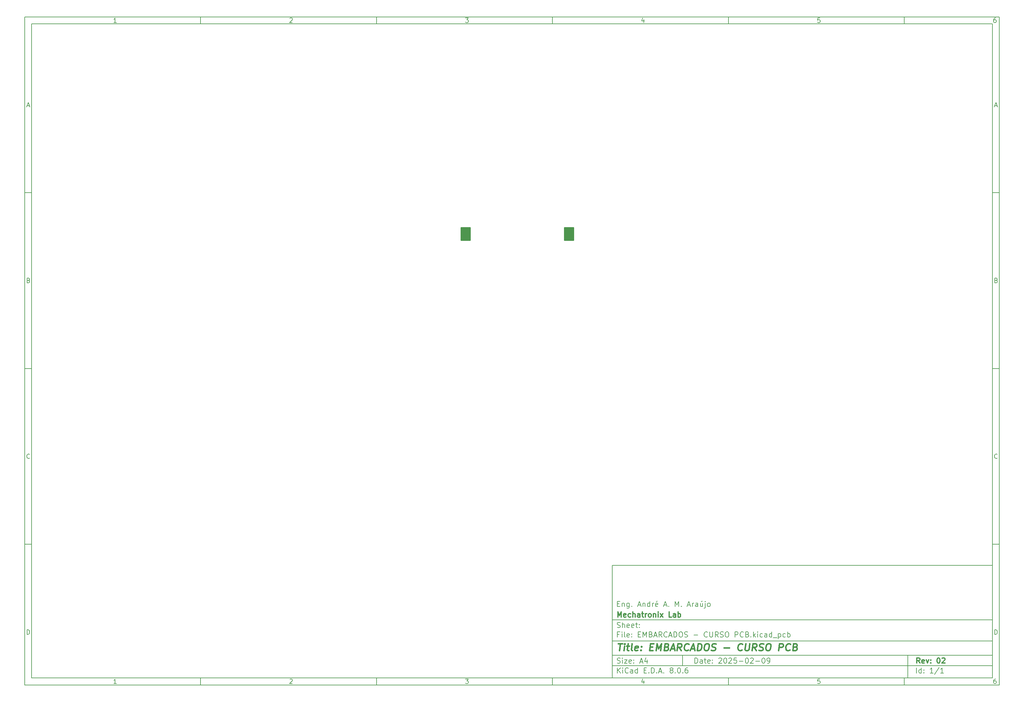
<source format=gbr>
%TF.GenerationSoftware,KiCad,Pcbnew,8.0.6*%
%TF.CreationDate,2025-02-09T14:35:08-03:00*%
%TF.ProjectId,EMBARCADOS - CURSO PCB,454d4241-5243-4414-944f-53202d204355,02*%
%TF.SameCoordinates,Original*%
%TF.FileFunction,Paste,Bot*%
%TF.FilePolarity,Positive*%
%FSLAX46Y46*%
G04 Gerber Fmt 4.6, Leading zero omitted, Abs format (unit mm)*
G04 Created by KiCad (PCBNEW 8.0.6) date 2025-02-09 14:35:08*
%MOMM*%
%LPD*%
G01*
G04 APERTURE LIST*
G04 Aperture macros list*
%AMRoundRect*
0 Rectangle with rounded corners*
0 $1 Rounding radius*
0 $2 $3 $4 $5 $6 $7 $8 $9 X,Y pos of 4 corners*
0 Add a 4 corners polygon primitive as box body*
4,1,4,$2,$3,$4,$5,$6,$7,$8,$9,$2,$3,0*
0 Add four circle primitives for the rounded corners*
1,1,$1+$1,$2,$3*
1,1,$1+$1,$4,$5*
1,1,$1+$1,$6,$7*
1,1,$1+$1,$8,$9*
0 Add four rect primitives between the rounded corners*
20,1,$1+$1,$2,$3,$4,$5,0*
20,1,$1+$1,$4,$5,$6,$7,0*
20,1,$1+$1,$6,$7,$8,$9,0*
20,1,$1+$1,$8,$9,$2,$3,0*%
G04 Aperture macros list end*
%ADD10C,0.100000*%
%ADD11C,0.150000*%
%ADD12C,0.300000*%
%ADD13C,0.400000*%
%ADD14RoundRect,0.241667X1.208333X1.708333X-1.208333X1.708333X-1.208333X-1.708333X1.208333X-1.708333X0*%
G04 APERTURE END LIST*
D10*
D11*
X177002200Y-166007200D02*
X285002200Y-166007200D01*
X285002200Y-198007200D01*
X177002200Y-198007200D01*
X177002200Y-166007200D01*
D10*
D11*
X10000000Y-10000000D02*
X287002200Y-10000000D01*
X287002200Y-200007200D01*
X10000000Y-200007200D01*
X10000000Y-10000000D01*
D10*
D11*
X12000000Y-12000000D02*
X285002200Y-12000000D01*
X285002200Y-198007200D01*
X12000000Y-198007200D01*
X12000000Y-12000000D01*
D10*
D11*
X60000000Y-12000000D02*
X60000000Y-10000000D01*
D10*
D11*
X110000000Y-12000000D02*
X110000000Y-10000000D01*
D10*
D11*
X160000000Y-12000000D02*
X160000000Y-10000000D01*
D10*
D11*
X210000000Y-12000000D02*
X210000000Y-10000000D01*
D10*
D11*
X260000000Y-12000000D02*
X260000000Y-10000000D01*
D10*
D11*
X36089160Y-11593604D02*
X35346303Y-11593604D01*
X35717731Y-11593604D02*
X35717731Y-10293604D01*
X35717731Y-10293604D02*
X35593922Y-10479319D01*
X35593922Y-10479319D02*
X35470112Y-10603128D01*
X35470112Y-10603128D02*
X35346303Y-10665033D01*
D10*
D11*
X85346303Y-10417414D02*
X85408207Y-10355509D01*
X85408207Y-10355509D02*
X85532017Y-10293604D01*
X85532017Y-10293604D02*
X85841541Y-10293604D01*
X85841541Y-10293604D02*
X85965350Y-10355509D01*
X85965350Y-10355509D02*
X86027255Y-10417414D01*
X86027255Y-10417414D02*
X86089160Y-10541223D01*
X86089160Y-10541223D02*
X86089160Y-10665033D01*
X86089160Y-10665033D02*
X86027255Y-10850747D01*
X86027255Y-10850747D02*
X85284398Y-11593604D01*
X85284398Y-11593604D02*
X86089160Y-11593604D01*
D10*
D11*
X135284398Y-10293604D02*
X136089160Y-10293604D01*
X136089160Y-10293604D02*
X135655826Y-10788842D01*
X135655826Y-10788842D02*
X135841541Y-10788842D01*
X135841541Y-10788842D02*
X135965350Y-10850747D01*
X135965350Y-10850747D02*
X136027255Y-10912652D01*
X136027255Y-10912652D02*
X136089160Y-11036461D01*
X136089160Y-11036461D02*
X136089160Y-11345985D01*
X136089160Y-11345985D02*
X136027255Y-11469795D01*
X136027255Y-11469795D02*
X135965350Y-11531700D01*
X135965350Y-11531700D02*
X135841541Y-11593604D01*
X135841541Y-11593604D02*
X135470112Y-11593604D01*
X135470112Y-11593604D02*
X135346303Y-11531700D01*
X135346303Y-11531700D02*
X135284398Y-11469795D01*
D10*
D11*
X185965350Y-10726938D02*
X185965350Y-11593604D01*
X185655826Y-10231700D02*
X185346303Y-11160271D01*
X185346303Y-11160271D02*
X186151064Y-11160271D01*
D10*
D11*
X236027255Y-10293604D02*
X235408207Y-10293604D01*
X235408207Y-10293604D02*
X235346303Y-10912652D01*
X235346303Y-10912652D02*
X235408207Y-10850747D01*
X235408207Y-10850747D02*
X235532017Y-10788842D01*
X235532017Y-10788842D02*
X235841541Y-10788842D01*
X235841541Y-10788842D02*
X235965350Y-10850747D01*
X235965350Y-10850747D02*
X236027255Y-10912652D01*
X236027255Y-10912652D02*
X236089160Y-11036461D01*
X236089160Y-11036461D02*
X236089160Y-11345985D01*
X236089160Y-11345985D02*
X236027255Y-11469795D01*
X236027255Y-11469795D02*
X235965350Y-11531700D01*
X235965350Y-11531700D02*
X235841541Y-11593604D01*
X235841541Y-11593604D02*
X235532017Y-11593604D01*
X235532017Y-11593604D02*
X235408207Y-11531700D01*
X235408207Y-11531700D02*
X235346303Y-11469795D01*
D10*
D11*
X285965350Y-10293604D02*
X285717731Y-10293604D01*
X285717731Y-10293604D02*
X285593922Y-10355509D01*
X285593922Y-10355509D02*
X285532017Y-10417414D01*
X285532017Y-10417414D02*
X285408207Y-10603128D01*
X285408207Y-10603128D02*
X285346303Y-10850747D01*
X285346303Y-10850747D02*
X285346303Y-11345985D01*
X285346303Y-11345985D02*
X285408207Y-11469795D01*
X285408207Y-11469795D02*
X285470112Y-11531700D01*
X285470112Y-11531700D02*
X285593922Y-11593604D01*
X285593922Y-11593604D02*
X285841541Y-11593604D01*
X285841541Y-11593604D02*
X285965350Y-11531700D01*
X285965350Y-11531700D02*
X286027255Y-11469795D01*
X286027255Y-11469795D02*
X286089160Y-11345985D01*
X286089160Y-11345985D02*
X286089160Y-11036461D01*
X286089160Y-11036461D02*
X286027255Y-10912652D01*
X286027255Y-10912652D02*
X285965350Y-10850747D01*
X285965350Y-10850747D02*
X285841541Y-10788842D01*
X285841541Y-10788842D02*
X285593922Y-10788842D01*
X285593922Y-10788842D02*
X285470112Y-10850747D01*
X285470112Y-10850747D02*
X285408207Y-10912652D01*
X285408207Y-10912652D02*
X285346303Y-11036461D01*
D10*
D11*
X60000000Y-198007200D02*
X60000000Y-200007200D01*
D10*
D11*
X110000000Y-198007200D02*
X110000000Y-200007200D01*
D10*
D11*
X160000000Y-198007200D02*
X160000000Y-200007200D01*
D10*
D11*
X210000000Y-198007200D02*
X210000000Y-200007200D01*
D10*
D11*
X260000000Y-198007200D02*
X260000000Y-200007200D01*
D10*
D11*
X36089160Y-199600804D02*
X35346303Y-199600804D01*
X35717731Y-199600804D02*
X35717731Y-198300804D01*
X35717731Y-198300804D02*
X35593922Y-198486519D01*
X35593922Y-198486519D02*
X35470112Y-198610328D01*
X35470112Y-198610328D02*
X35346303Y-198672233D01*
D10*
D11*
X85346303Y-198424614D02*
X85408207Y-198362709D01*
X85408207Y-198362709D02*
X85532017Y-198300804D01*
X85532017Y-198300804D02*
X85841541Y-198300804D01*
X85841541Y-198300804D02*
X85965350Y-198362709D01*
X85965350Y-198362709D02*
X86027255Y-198424614D01*
X86027255Y-198424614D02*
X86089160Y-198548423D01*
X86089160Y-198548423D02*
X86089160Y-198672233D01*
X86089160Y-198672233D02*
X86027255Y-198857947D01*
X86027255Y-198857947D02*
X85284398Y-199600804D01*
X85284398Y-199600804D02*
X86089160Y-199600804D01*
D10*
D11*
X135284398Y-198300804D02*
X136089160Y-198300804D01*
X136089160Y-198300804D02*
X135655826Y-198796042D01*
X135655826Y-198796042D02*
X135841541Y-198796042D01*
X135841541Y-198796042D02*
X135965350Y-198857947D01*
X135965350Y-198857947D02*
X136027255Y-198919852D01*
X136027255Y-198919852D02*
X136089160Y-199043661D01*
X136089160Y-199043661D02*
X136089160Y-199353185D01*
X136089160Y-199353185D02*
X136027255Y-199476995D01*
X136027255Y-199476995D02*
X135965350Y-199538900D01*
X135965350Y-199538900D02*
X135841541Y-199600804D01*
X135841541Y-199600804D02*
X135470112Y-199600804D01*
X135470112Y-199600804D02*
X135346303Y-199538900D01*
X135346303Y-199538900D02*
X135284398Y-199476995D01*
D10*
D11*
X185965350Y-198734138D02*
X185965350Y-199600804D01*
X185655826Y-198238900D02*
X185346303Y-199167471D01*
X185346303Y-199167471D02*
X186151064Y-199167471D01*
D10*
D11*
X236027255Y-198300804D02*
X235408207Y-198300804D01*
X235408207Y-198300804D02*
X235346303Y-198919852D01*
X235346303Y-198919852D02*
X235408207Y-198857947D01*
X235408207Y-198857947D02*
X235532017Y-198796042D01*
X235532017Y-198796042D02*
X235841541Y-198796042D01*
X235841541Y-198796042D02*
X235965350Y-198857947D01*
X235965350Y-198857947D02*
X236027255Y-198919852D01*
X236027255Y-198919852D02*
X236089160Y-199043661D01*
X236089160Y-199043661D02*
X236089160Y-199353185D01*
X236089160Y-199353185D02*
X236027255Y-199476995D01*
X236027255Y-199476995D02*
X235965350Y-199538900D01*
X235965350Y-199538900D02*
X235841541Y-199600804D01*
X235841541Y-199600804D02*
X235532017Y-199600804D01*
X235532017Y-199600804D02*
X235408207Y-199538900D01*
X235408207Y-199538900D02*
X235346303Y-199476995D01*
D10*
D11*
X285965350Y-198300804D02*
X285717731Y-198300804D01*
X285717731Y-198300804D02*
X285593922Y-198362709D01*
X285593922Y-198362709D02*
X285532017Y-198424614D01*
X285532017Y-198424614D02*
X285408207Y-198610328D01*
X285408207Y-198610328D02*
X285346303Y-198857947D01*
X285346303Y-198857947D02*
X285346303Y-199353185D01*
X285346303Y-199353185D02*
X285408207Y-199476995D01*
X285408207Y-199476995D02*
X285470112Y-199538900D01*
X285470112Y-199538900D02*
X285593922Y-199600804D01*
X285593922Y-199600804D02*
X285841541Y-199600804D01*
X285841541Y-199600804D02*
X285965350Y-199538900D01*
X285965350Y-199538900D02*
X286027255Y-199476995D01*
X286027255Y-199476995D02*
X286089160Y-199353185D01*
X286089160Y-199353185D02*
X286089160Y-199043661D01*
X286089160Y-199043661D02*
X286027255Y-198919852D01*
X286027255Y-198919852D02*
X285965350Y-198857947D01*
X285965350Y-198857947D02*
X285841541Y-198796042D01*
X285841541Y-198796042D02*
X285593922Y-198796042D01*
X285593922Y-198796042D02*
X285470112Y-198857947D01*
X285470112Y-198857947D02*
X285408207Y-198919852D01*
X285408207Y-198919852D02*
X285346303Y-199043661D01*
D10*
D11*
X10000000Y-60000000D02*
X12000000Y-60000000D01*
D10*
D11*
X10000000Y-110000000D02*
X12000000Y-110000000D01*
D10*
D11*
X10000000Y-160000000D02*
X12000000Y-160000000D01*
D10*
D11*
X10690476Y-35222176D02*
X11309523Y-35222176D01*
X10566666Y-35593604D02*
X10999999Y-34293604D01*
X10999999Y-34293604D02*
X11433333Y-35593604D01*
D10*
D11*
X11092857Y-84912652D02*
X11278571Y-84974557D01*
X11278571Y-84974557D02*
X11340476Y-85036461D01*
X11340476Y-85036461D02*
X11402380Y-85160271D01*
X11402380Y-85160271D02*
X11402380Y-85345985D01*
X11402380Y-85345985D02*
X11340476Y-85469795D01*
X11340476Y-85469795D02*
X11278571Y-85531700D01*
X11278571Y-85531700D02*
X11154761Y-85593604D01*
X11154761Y-85593604D02*
X10659523Y-85593604D01*
X10659523Y-85593604D02*
X10659523Y-84293604D01*
X10659523Y-84293604D02*
X11092857Y-84293604D01*
X11092857Y-84293604D02*
X11216666Y-84355509D01*
X11216666Y-84355509D02*
X11278571Y-84417414D01*
X11278571Y-84417414D02*
X11340476Y-84541223D01*
X11340476Y-84541223D02*
X11340476Y-84665033D01*
X11340476Y-84665033D02*
X11278571Y-84788842D01*
X11278571Y-84788842D02*
X11216666Y-84850747D01*
X11216666Y-84850747D02*
X11092857Y-84912652D01*
X11092857Y-84912652D02*
X10659523Y-84912652D01*
D10*
D11*
X11402380Y-135469795D02*
X11340476Y-135531700D01*
X11340476Y-135531700D02*
X11154761Y-135593604D01*
X11154761Y-135593604D02*
X11030952Y-135593604D01*
X11030952Y-135593604D02*
X10845238Y-135531700D01*
X10845238Y-135531700D02*
X10721428Y-135407890D01*
X10721428Y-135407890D02*
X10659523Y-135284080D01*
X10659523Y-135284080D02*
X10597619Y-135036461D01*
X10597619Y-135036461D02*
X10597619Y-134850747D01*
X10597619Y-134850747D02*
X10659523Y-134603128D01*
X10659523Y-134603128D02*
X10721428Y-134479319D01*
X10721428Y-134479319D02*
X10845238Y-134355509D01*
X10845238Y-134355509D02*
X11030952Y-134293604D01*
X11030952Y-134293604D02*
X11154761Y-134293604D01*
X11154761Y-134293604D02*
X11340476Y-134355509D01*
X11340476Y-134355509D02*
X11402380Y-134417414D01*
D10*
D11*
X10659523Y-185593604D02*
X10659523Y-184293604D01*
X10659523Y-184293604D02*
X10969047Y-184293604D01*
X10969047Y-184293604D02*
X11154761Y-184355509D01*
X11154761Y-184355509D02*
X11278571Y-184479319D01*
X11278571Y-184479319D02*
X11340476Y-184603128D01*
X11340476Y-184603128D02*
X11402380Y-184850747D01*
X11402380Y-184850747D02*
X11402380Y-185036461D01*
X11402380Y-185036461D02*
X11340476Y-185284080D01*
X11340476Y-185284080D02*
X11278571Y-185407890D01*
X11278571Y-185407890D02*
X11154761Y-185531700D01*
X11154761Y-185531700D02*
X10969047Y-185593604D01*
X10969047Y-185593604D02*
X10659523Y-185593604D01*
D10*
D11*
X287002200Y-60000000D02*
X285002200Y-60000000D01*
D10*
D11*
X287002200Y-110000000D02*
X285002200Y-110000000D01*
D10*
D11*
X287002200Y-160000000D02*
X285002200Y-160000000D01*
D10*
D11*
X285692676Y-35222176D02*
X286311723Y-35222176D01*
X285568866Y-35593604D02*
X286002199Y-34293604D01*
X286002199Y-34293604D02*
X286435533Y-35593604D01*
D10*
D11*
X286095057Y-84912652D02*
X286280771Y-84974557D01*
X286280771Y-84974557D02*
X286342676Y-85036461D01*
X286342676Y-85036461D02*
X286404580Y-85160271D01*
X286404580Y-85160271D02*
X286404580Y-85345985D01*
X286404580Y-85345985D02*
X286342676Y-85469795D01*
X286342676Y-85469795D02*
X286280771Y-85531700D01*
X286280771Y-85531700D02*
X286156961Y-85593604D01*
X286156961Y-85593604D02*
X285661723Y-85593604D01*
X285661723Y-85593604D02*
X285661723Y-84293604D01*
X285661723Y-84293604D02*
X286095057Y-84293604D01*
X286095057Y-84293604D02*
X286218866Y-84355509D01*
X286218866Y-84355509D02*
X286280771Y-84417414D01*
X286280771Y-84417414D02*
X286342676Y-84541223D01*
X286342676Y-84541223D02*
X286342676Y-84665033D01*
X286342676Y-84665033D02*
X286280771Y-84788842D01*
X286280771Y-84788842D02*
X286218866Y-84850747D01*
X286218866Y-84850747D02*
X286095057Y-84912652D01*
X286095057Y-84912652D02*
X285661723Y-84912652D01*
D10*
D11*
X286404580Y-135469795D02*
X286342676Y-135531700D01*
X286342676Y-135531700D02*
X286156961Y-135593604D01*
X286156961Y-135593604D02*
X286033152Y-135593604D01*
X286033152Y-135593604D02*
X285847438Y-135531700D01*
X285847438Y-135531700D02*
X285723628Y-135407890D01*
X285723628Y-135407890D02*
X285661723Y-135284080D01*
X285661723Y-135284080D02*
X285599819Y-135036461D01*
X285599819Y-135036461D02*
X285599819Y-134850747D01*
X285599819Y-134850747D02*
X285661723Y-134603128D01*
X285661723Y-134603128D02*
X285723628Y-134479319D01*
X285723628Y-134479319D02*
X285847438Y-134355509D01*
X285847438Y-134355509D02*
X286033152Y-134293604D01*
X286033152Y-134293604D02*
X286156961Y-134293604D01*
X286156961Y-134293604D02*
X286342676Y-134355509D01*
X286342676Y-134355509D02*
X286404580Y-134417414D01*
D10*
D11*
X285661723Y-185593604D02*
X285661723Y-184293604D01*
X285661723Y-184293604D02*
X285971247Y-184293604D01*
X285971247Y-184293604D02*
X286156961Y-184355509D01*
X286156961Y-184355509D02*
X286280771Y-184479319D01*
X286280771Y-184479319D02*
X286342676Y-184603128D01*
X286342676Y-184603128D02*
X286404580Y-184850747D01*
X286404580Y-184850747D02*
X286404580Y-185036461D01*
X286404580Y-185036461D02*
X286342676Y-185284080D01*
X286342676Y-185284080D02*
X286280771Y-185407890D01*
X286280771Y-185407890D02*
X286156961Y-185531700D01*
X286156961Y-185531700D02*
X285971247Y-185593604D01*
X285971247Y-185593604D02*
X285661723Y-185593604D01*
D10*
D11*
X200458026Y-193793328D02*
X200458026Y-192293328D01*
X200458026Y-192293328D02*
X200815169Y-192293328D01*
X200815169Y-192293328D02*
X201029455Y-192364757D01*
X201029455Y-192364757D02*
X201172312Y-192507614D01*
X201172312Y-192507614D02*
X201243741Y-192650471D01*
X201243741Y-192650471D02*
X201315169Y-192936185D01*
X201315169Y-192936185D02*
X201315169Y-193150471D01*
X201315169Y-193150471D02*
X201243741Y-193436185D01*
X201243741Y-193436185D02*
X201172312Y-193579042D01*
X201172312Y-193579042D02*
X201029455Y-193721900D01*
X201029455Y-193721900D02*
X200815169Y-193793328D01*
X200815169Y-193793328D02*
X200458026Y-193793328D01*
X202600884Y-193793328D02*
X202600884Y-193007614D01*
X202600884Y-193007614D02*
X202529455Y-192864757D01*
X202529455Y-192864757D02*
X202386598Y-192793328D01*
X202386598Y-192793328D02*
X202100884Y-192793328D01*
X202100884Y-192793328D02*
X201958026Y-192864757D01*
X202600884Y-193721900D02*
X202458026Y-193793328D01*
X202458026Y-193793328D02*
X202100884Y-193793328D01*
X202100884Y-193793328D02*
X201958026Y-193721900D01*
X201958026Y-193721900D02*
X201886598Y-193579042D01*
X201886598Y-193579042D02*
X201886598Y-193436185D01*
X201886598Y-193436185D02*
X201958026Y-193293328D01*
X201958026Y-193293328D02*
X202100884Y-193221900D01*
X202100884Y-193221900D02*
X202458026Y-193221900D01*
X202458026Y-193221900D02*
X202600884Y-193150471D01*
X203100884Y-192793328D02*
X203672312Y-192793328D01*
X203315169Y-192293328D02*
X203315169Y-193579042D01*
X203315169Y-193579042D02*
X203386598Y-193721900D01*
X203386598Y-193721900D02*
X203529455Y-193793328D01*
X203529455Y-193793328D02*
X203672312Y-193793328D01*
X204743741Y-193721900D02*
X204600884Y-193793328D01*
X204600884Y-193793328D02*
X204315170Y-193793328D01*
X204315170Y-193793328D02*
X204172312Y-193721900D01*
X204172312Y-193721900D02*
X204100884Y-193579042D01*
X204100884Y-193579042D02*
X204100884Y-193007614D01*
X204100884Y-193007614D02*
X204172312Y-192864757D01*
X204172312Y-192864757D02*
X204315170Y-192793328D01*
X204315170Y-192793328D02*
X204600884Y-192793328D01*
X204600884Y-192793328D02*
X204743741Y-192864757D01*
X204743741Y-192864757D02*
X204815170Y-193007614D01*
X204815170Y-193007614D02*
X204815170Y-193150471D01*
X204815170Y-193150471D02*
X204100884Y-193293328D01*
X205458026Y-193650471D02*
X205529455Y-193721900D01*
X205529455Y-193721900D02*
X205458026Y-193793328D01*
X205458026Y-193793328D02*
X205386598Y-193721900D01*
X205386598Y-193721900D02*
X205458026Y-193650471D01*
X205458026Y-193650471D02*
X205458026Y-193793328D01*
X205458026Y-192864757D02*
X205529455Y-192936185D01*
X205529455Y-192936185D02*
X205458026Y-193007614D01*
X205458026Y-193007614D02*
X205386598Y-192936185D01*
X205386598Y-192936185D02*
X205458026Y-192864757D01*
X205458026Y-192864757D02*
X205458026Y-193007614D01*
X207243741Y-192436185D02*
X207315169Y-192364757D01*
X207315169Y-192364757D02*
X207458027Y-192293328D01*
X207458027Y-192293328D02*
X207815169Y-192293328D01*
X207815169Y-192293328D02*
X207958027Y-192364757D01*
X207958027Y-192364757D02*
X208029455Y-192436185D01*
X208029455Y-192436185D02*
X208100884Y-192579042D01*
X208100884Y-192579042D02*
X208100884Y-192721900D01*
X208100884Y-192721900D02*
X208029455Y-192936185D01*
X208029455Y-192936185D02*
X207172312Y-193793328D01*
X207172312Y-193793328D02*
X208100884Y-193793328D01*
X209029455Y-192293328D02*
X209172312Y-192293328D01*
X209172312Y-192293328D02*
X209315169Y-192364757D01*
X209315169Y-192364757D02*
X209386598Y-192436185D01*
X209386598Y-192436185D02*
X209458026Y-192579042D01*
X209458026Y-192579042D02*
X209529455Y-192864757D01*
X209529455Y-192864757D02*
X209529455Y-193221900D01*
X209529455Y-193221900D02*
X209458026Y-193507614D01*
X209458026Y-193507614D02*
X209386598Y-193650471D01*
X209386598Y-193650471D02*
X209315169Y-193721900D01*
X209315169Y-193721900D02*
X209172312Y-193793328D01*
X209172312Y-193793328D02*
X209029455Y-193793328D01*
X209029455Y-193793328D02*
X208886598Y-193721900D01*
X208886598Y-193721900D02*
X208815169Y-193650471D01*
X208815169Y-193650471D02*
X208743740Y-193507614D01*
X208743740Y-193507614D02*
X208672312Y-193221900D01*
X208672312Y-193221900D02*
X208672312Y-192864757D01*
X208672312Y-192864757D02*
X208743740Y-192579042D01*
X208743740Y-192579042D02*
X208815169Y-192436185D01*
X208815169Y-192436185D02*
X208886598Y-192364757D01*
X208886598Y-192364757D02*
X209029455Y-192293328D01*
X210100883Y-192436185D02*
X210172311Y-192364757D01*
X210172311Y-192364757D02*
X210315169Y-192293328D01*
X210315169Y-192293328D02*
X210672311Y-192293328D01*
X210672311Y-192293328D02*
X210815169Y-192364757D01*
X210815169Y-192364757D02*
X210886597Y-192436185D01*
X210886597Y-192436185D02*
X210958026Y-192579042D01*
X210958026Y-192579042D02*
X210958026Y-192721900D01*
X210958026Y-192721900D02*
X210886597Y-192936185D01*
X210886597Y-192936185D02*
X210029454Y-193793328D01*
X210029454Y-193793328D02*
X210958026Y-193793328D01*
X212315168Y-192293328D02*
X211600882Y-192293328D01*
X211600882Y-192293328D02*
X211529454Y-193007614D01*
X211529454Y-193007614D02*
X211600882Y-192936185D01*
X211600882Y-192936185D02*
X211743740Y-192864757D01*
X211743740Y-192864757D02*
X212100882Y-192864757D01*
X212100882Y-192864757D02*
X212243740Y-192936185D01*
X212243740Y-192936185D02*
X212315168Y-193007614D01*
X212315168Y-193007614D02*
X212386597Y-193150471D01*
X212386597Y-193150471D02*
X212386597Y-193507614D01*
X212386597Y-193507614D02*
X212315168Y-193650471D01*
X212315168Y-193650471D02*
X212243740Y-193721900D01*
X212243740Y-193721900D02*
X212100882Y-193793328D01*
X212100882Y-193793328D02*
X211743740Y-193793328D01*
X211743740Y-193793328D02*
X211600882Y-193721900D01*
X211600882Y-193721900D02*
X211529454Y-193650471D01*
X213029453Y-193221900D02*
X214172311Y-193221900D01*
X215172311Y-192293328D02*
X215315168Y-192293328D01*
X215315168Y-192293328D02*
X215458025Y-192364757D01*
X215458025Y-192364757D02*
X215529454Y-192436185D01*
X215529454Y-192436185D02*
X215600882Y-192579042D01*
X215600882Y-192579042D02*
X215672311Y-192864757D01*
X215672311Y-192864757D02*
X215672311Y-193221900D01*
X215672311Y-193221900D02*
X215600882Y-193507614D01*
X215600882Y-193507614D02*
X215529454Y-193650471D01*
X215529454Y-193650471D02*
X215458025Y-193721900D01*
X215458025Y-193721900D02*
X215315168Y-193793328D01*
X215315168Y-193793328D02*
X215172311Y-193793328D01*
X215172311Y-193793328D02*
X215029454Y-193721900D01*
X215029454Y-193721900D02*
X214958025Y-193650471D01*
X214958025Y-193650471D02*
X214886596Y-193507614D01*
X214886596Y-193507614D02*
X214815168Y-193221900D01*
X214815168Y-193221900D02*
X214815168Y-192864757D01*
X214815168Y-192864757D02*
X214886596Y-192579042D01*
X214886596Y-192579042D02*
X214958025Y-192436185D01*
X214958025Y-192436185D02*
X215029454Y-192364757D01*
X215029454Y-192364757D02*
X215172311Y-192293328D01*
X216243739Y-192436185D02*
X216315167Y-192364757D01*
X216315167Y-192364757D02*
X216458025Y-192293328D01*
X216458025Y-192293328D02*
X216815167Y-192293328D01*
X216815167Y-192293328D02*
X216958025Y-192364757D01*
X216958025Y-192364757D02*
X217029453Y-192436185D01*
X217029453Y-192436185D02*
X217100882Y-192579042D01*
X217100882Y-192579042D02*
X217100882Y-192721900D01*
X217100882Y-192721900D02*
X217029453Y-192936185D01*
X217029453Y-192936185D02*
X216172310Y-193793328D01*
X216172310Y-193793328D02*
X217100882Y-193793328D01*
X217743738Y-193221900D02*
X218886596Y-193221900D01*
X219886596Y-192293328D02*
X220029453Y-192293328D01*
X220029453Y-192293328D02*
X220172310Y-192364757D01*
X220172310Y-192364757D02*
X220243739Y-192436185D01*
X220243739Y-192436185D02*
X220315167Y-192579042D01*
X220315167Y-192579042D02*
X220386596Y-192864757D01*
X220386596Y-192864757D02*
X220386596Y-193221900D01*
X220386596Y-193221900D02*
X220315167Y-193507614D01*
X220315167Y-193507614D02*
X220243739Y-193650471D01*
X220243739Y-193650471D02*
X220172310Y-193721900D01*
X220172310Y-193721900D02*
X220029453Y-193793328D01*
X220029453Y-193793328D02*
X219886596Y-193793328D01*
X219886596Y-193793328D02*
X219743739Y-193721900D01*
X219743739Y-193721900D02*
X219672310Y-193650471D01*
X219672310Y-193650471D02*
X219600881Y-193507614D01*
X219600881Y-193507614D02*
X219529453Y-193221900D01*
X219529453Y-193221900D02*
X219529453Y-192864757D01*
X219529453Y-192864757D02*
X219600881Y-192579042D01*
X219600881Y-192579042D02*
X219672310Y-192436185D01*
X219672310Y-192436185D02*
X219743739Y-192364757D01*
X219743739Y-192364757D02*
X219886596Y-192293328D01*
X221100881Y-193793328D02*
X221386595Y-193793328D01*
X221386595Y-193793328D02*
X221529452Y-193721900D01*
X221529452Y-193721900D02*
X221600881Y-193650471D01*
X221600881Y-193650471D02*
X221743738Y-193436185D01*
X221743738Y-193436185D02*
X221815167Y-193150471D01*
X221815167Y-193150471D02*
X221815167Y-192579042D01*
X221815167Y-192579042D02*
X221743738Y-192436185D01*
X221743738Y-192436185D02*
X221672310Y-192364757D01*
X221672310Y-192364757D02*
X221529452Y-192293328D01*
X221529452Y-192293328D02*
X221243738Y-192293328D01*
X221243738Y-192293328D02*
X221100881Y-192364757D01*
X221100881Y-192364757D02*
X221029452Y-192436185D01*
X221029452Y-192436185D02*
X220958024Y-192579042D01*
X220958024Y-192579042D02*
X220958024Y-192936185D01*
X220958024Y-192936185D02*
X221029452Y-193079042D01*
X221029452Y-193079042D02*
X221100881Y-193150471D01*
X221100881Y-193150471D02*
X221243738Y-193221900D01*
X221243738Y-193221900D02*
X221529452Y-193221900D01*
X221529452Y-193221900D02*
X221672310Y-193150471D01*
X221672310Y-193150471D02*
X221743738Y-193079042D01*
X221743738Y-193079042D02*
X221815167Y-192936185D01*
D10*
D11*
X177002200Y-194507200D02*
X285002200Y-194507200D01*
D10*
D11*
X178458026Y-196593328D02*
X178458026Y-195093328D01*
X179315169Y-196593328D02*
X178672312Y-195736185D01*
X179315169Y-195093328D02*
X178458026Y-195950471D01*
X179958026Y-196593328D02*
X179958026Y-195593328D01*
X179958026Y-195093328D02*
X179886598Y-195164757D01*
X179886598Y-195164757D02*
X179958026Y-195236185D01*
X179958026Y-195236185D02*
X180029455Y-195164757D01*
X180029455Y-195164757D02*
X179958026Y-195093328D01*
X179958026Y-195093328D02*
X179958026Y-195236185D01*
X181529455Y-196450471D02*
X181458027Y-196521900D01*
X181458027Y-196521900D02*
X181243741Y-196593328D01*
X181243741Y-196593328D02*
X181100884Y-196593328D01*
X181100884Y-196593328D02*
X180886598Y-196521900D01*
X180886598Y-196521900D02*
X180743741Y-196379042D01*
X180743741Y-196379042D02*
X180672312Y-196236185D01*
X180672312Y-196236185D02*
X180600884Y-195950471D01*
X180600884Y-195950471D02*
X180600884Y-195736185D01*
X180600884Y-195736185D02*
X180672312Y-195450471D01*
X180672312Y-195450471D02*
X180743741Y-195307614D01*
X180743741Y-195307614D02*
X180886598Y-195164757D01*
X180886598Y-195164757D02*
X181100884Y-195093328D01*
X181100884Y-195093328D02*
X181243741Y-195093328D01*
X181243741Y-195093328D02*
X181458027Y-195164757D01*
X181458027Y-195164757D02*
X181529455Y-195236185D01*
X182815170Y-196593328D02*
X182815170Y-195807614D01*
X182815170Y-195807614D02*
X182743741Y-195664757D01*
X182743741Y-195664757D02*
X182600884Y-195593328D01*
X182600884Y-195593328D02*
X182315170Y-195593328D01*
X182315170Y-195593328D02*
X182172312Y-195664757D01*
X182815170Y-196521900D02*
X182672312Y-196593328D01*
X182672312Y-196593328D02*
X182315170Y-196593328D01*
X182315170Y-196593328D02*
X182172312Y-196521900D01*
X182172312Y-196521900D02*
X182100884Y-196379042D01*
X182100884Y-196379042D02*
X182100884Y-196236185D01*
X182100884Y-196236185D02*
X182172312Y-196093328D01*
X182172312Y-196093328D02*
X182315170Y-196021900D01*
X182315170Y-196021900D02*
X182672312Y-196021900D01*
X182672312Y-196021900D02*
X182815170Y-195950471D01*
X184172313Y-196593328D02*
X184172313Y-195093328D01*
X184172313Y-196521900D02*
X184029455Y-196593328D01*
X184029455Y-196593328D02*
X183743741Y-196593328D01*
X183743741Y-196593328D02*
X183600884Y-196521900D01*
X183600884Y-196521900D02*
X183529455Y-196450471D01*
X183529455Y-196450471D02*
X183458027Y-196307614D01*
X183458027Y-196307614D02*
X183458027Y-195879042D01*
X183458027Y-195879042D02*
X183529455Y-195736185D01*
X183529455Y-195736185D02*
X183600884Y-195664757D01*
X183600884Y-195664757D02*
X183743741Y-195593328D01*
X183743741Y-195593328D02*
X184029455Y-195593328D01*
X184029455Y-195593328D02*
X184172313Y-195664757D01*
X186029455Y-195807614D02*
X186529455Y-195807614D01*
X186743741Y-196593328D02*
X186029455Y-196593328D01*
X186029455Y-196593328D02*
X186029455Y-195093328D01*
X186029455Y-195093328D02*
X186743741Y-195093328D01*
X187386598Y-196450471D02*
X187458027Y-196521900D01*
X187458027Y-196521900D02*
X187386598Y-196593328D01*
X187386598Y-196593328D02*
X187315170Y-196521900D01*
X187315170Y-196521900D02*
X187386598Y-196450471D01*
X187386598Y-196450471D02*
X187386598Y-196593328D01*
X188100884Y-196593328D02*
X188100884Y-195093328D01*
X188100884Y-195093328D02*
X188458027Y-195093328D01*
X188458027Y-195093328D02*
X188672313Y-195164757D01*
X188672313Y-195164757D02*
X188815170Y-195307614D01*
X188815170Y-195307614D02*
X188886599Y-195450471D01*
X188886599Y-195450471D02*
X188958027Y-195736185D01*
X188958027Y-195736185D02*
X188958027Y-195950471D01*
X188958027Y-195950471D02*
X188886599Y-196236185D01*
X188886599Y-196236185D02*
X188815170Y-196379042D01*
X188815170Y-196379042D02*
X188672313Y-196521900D01*
X188672313Y-196521900D02*
X188458027Y-196593328D01*
X188458027Y-196593328D02*
X188100884Y-196593328D01*
X189600884Y-196450471D02*
X189672313Y-196521900D01*
X189672313Y-196521900D02*
X189600884Y-196593328D01*
X189600884Y-196593328D02*
X189529456Y-196521900D01*
X189529456Y-196521900D02*
X189600884Y-196450471D01*
X189600884Y-196450471D02*
X189600884Y-196593328D01*
X190243742Y-196164757D02*
X190958028Y-196164757D01*
X190100885Y-196593328D02*
X190600885Y-195093328D01*
X190600885Y-195093328D02*
X191100885Y-196593328D01*
X191600884Y-196450471D02*
X191672313Y-196521900D01*
X191672313Y-196521900D02*
X191600884Y-196593328D01*
X191600884Y-196593328D02*
X191529456Y-196521900D01*
X191529456Y-196521900D02*
X191600884Y-196450471D01*
X191600884Y-196450471D02*
X191600884Y-196593328D01*
X193672313Y-195736185D02*
X193529456Y-195664757D01*
X193529456Y-195664757D02*
X193458027Y-195593328D01*
X193458027Y-195593328D02*
X193386599Y-195450471D01*
X193386599Y-195450471D02*
X193386599Y-195379042D01*
X193386599Y-195379042D02*
X193458027Y-195236185D01*
X193458027Y-195236185D02*
X193529456Y-195164757D01*
X193529456Y-195164757D02*
X193672313Y-195093328D01*
X193672313Y-195093328D02*
X193958027Y-195093328D01*
X193958027Y-195093328D02*
X194100885Y-195164757D01*
X194100885Y-195164757D02*
X194172313Y-195236185D01*
X194172313Y-195236185D02*
X194243742Y-195379042D01*
X194243742Y-195379042D02*
X194243742Y-195450471D01*
X194243742Y-195450471D02*
X194172313Y-195593328D01*
X194172313Y-195593328D02*
X194100885Y-195664757D01*
X194100885Y-195664757D02*
X193958027Y-195736185D01*
X193958027Y-195736185D02*
X193672313Y-195736185D01*
X193672313Y-195736185D02*
X193529456Y-195807614D01*
X193529456Y-195807614D02*
X193458027Y-195879042D01*
X193458027Y-195879042D02*
X193386599Y-196021900D01*
X193386599Y-196021900D02*
X193386599Y-196307614D01*
X193386599Y-196307614D02*
X193458027Y-196450471D01*
X193458027Y-196450471D02*
X193529456Y-196521900D01*
X193529456Y-196521900D02*
X193672313Y-196593328D01*
X193672313Y-196593328D02*
X193958027Y-196593328D01*
X193958027Y-196593328D02*
X194100885Y-196521900D01*
X194100885Y-196521900D02*
X194172313Y-196450471D01*
X194172313Y-196450471D02*
X194243742Y-196307614D01*
X194243742Y-196307614D02*
X194243742Y-196021900D01*
X194243742Y-196021900D02*
X194172313Y-195879042D01*
X194172313Y-195879042D02*
X194100885Y-195807614D01*
X194100885Y-195807614D02*
X193958027Y-195736185D01*
X194886598Y-196450471D02*
X194958027Y-196521900D01*
X194958027Y-196521900D02*
X194886598Y-196593328D01*
X194886598Y-196593328D02*
X194815170Y-196521900D01*
X194815170Y-196521900D02*
X194886598Y-196450471D01*
X194886598Y-196450471D02*
X194886598Y-196593328D01*
X195886599Y-195093328D02*
X196029456Y-195093328D01*
X196029456Y-195093328D02*
X196172313Y-195164757D01*
X196172313Y-195164757D02*
X196243742Y-195236185D01*
X196243742Y-195236185D02*
X196315170Y-195379042D01*
X196315170Y-195379042D02*
X196386599Y-195664757D01*
X196386599Y-195664757D02*
X196386599Y-196021900D01*
X196386599Y-196021900D02*
X196315170Y-196307614D01*
X196315170Y-196307614D02*
X196243742Y-196450471D01*
X196243742Y-196450471D02*
X196172313Y-196521900D01*
X196172313Y-196521900D02*
X196029456Y-196593328D01*
X196029456Y-196593328D02*
X195886599Y-196593328D01*
X195886599Y-196593328D02*
X195743742Y-196521900D01*
X195743742Y-196521900D02*
X195672313Y-196450471D01*
X195672313Y-196450471D02*
X195600884Y-196307614D01*
X195600884Y-196307614D02*
X195529456Y-196021900D01*
X195529456Y-196021900D02*
X195529456Y-195664757D01*
X195529456Y-195664757D02*
X195600884Y-195379042D01*
X195600884Y-195379042D02*
X195672313Y-195236185D01*
X195672313Y-195236185D02*
X195743742Y-195164757D01*
X195743742Y-195164757D02*
X195886599Y-195093328D01*
X197029455Y-196450471D02*
X197100884Y-196521900D01*
X197100884Y-196521900D02*
X197029455Y-196593328D01*
X197029455Y-196593328D02*
X196958027Y-196521900D01*
X196958027Y-196521900D02*
X197029455Y-196450471D01*
X197029455Y-196450471D02*
X197029455Y-196593328D01*
X198386599Y-195093328D02*
X198100884Y-195093328D01*
X198100884Y-195093328D02*
X197958027Y-195164757D01*
X197958027Y-195164757D02*
X197886599Y-195236185D01*
X197886599Y-195236185D02*
X197743741Y-195450471D01*
X197743741Y-195450471D02*
X197672313Y-195736185D01*
X197672313Y-195736185D02*
X197672313Y-196307614D01*
X197672313Y-196307614D02*
X197743741Y-196450471D01*
X197743741Y-196450471D02*
X197815170Y-196521900D01*
X197815170Y-196521900D02*
X197958027Y-196593328D01*
X197958027Y-196593328D02*
X198243741Y-196593328D01*
X198243741Y-196593328D02*
X198386599Y-196521900D01*
X198386599Y-196521900D02*
X198458027Y-196450471D01*
X198458027Y-196450471D02*
X198529456Y-196307614D01*
X198529456Y-196307614D02*
X198529456Y-195950471D01*
X198529456Y-195950471D02*
X198458027Y-195807614D01*
X198458027Y-195807614D02*
X198386599Y-195736185D01*
X198386599Y-195736185D02*
X198243741Y-195664757D01*
X198243741Y-195664757D02*
X197958027Y-195664757D01*
X197958027Y-195664757D02*
X197815170Y-195736185D01*
X197815170Y-195736185D02*
X197743741Y-195807614D01*
X197743741Y-195807614D02*
X197672313Y-195950471D01*
D10*
D11*
X177002200Y-191507200D02*
X285002200Y-191507200D01*
D10*
D12*
X264413853Y-193785528D02*
X263913853Y-193071242D01*
X263556710Y-193785528D02*
X263556710Y-192285528D01*
X263556710Y-192285528D02*
X264128139Y-192285528D01*
X264128139Y-192285528D02*
X264270996Y-192356957D01*
X264270996Y-192356957D02*
X264342425Y-192428385D01*
X264342425Y-192428385D02*
X264413853Y-192571242D01*
X264413853Y-192571242D02*
X264413853Y-192785528D01*
X264413853Y-192785528D02*
X264342425Y-192928385D01*
X264342425Y-192928385D02*
X264270996Y-192999814D01*
X264270996Y-192999814D02*
X264128139Y-193071242D01*
X264128139Y-193071242D02*
X263556710Y-193071242D01*
X265628139Y-193714100D02*
X265485282Y-193785528D01*
X265485282Y-193785528D02*
X265199568Y-193785528D01*
X265199568Y-193785528D02*
X265056710Y-193714100D01*
X265056710Y-193714100D02*
X264985282Y-193571242D01*
X264985282Y-193571242D02*
X264985282Y-192999814D01*
X264985282Y-192999814D02*
X265056710Y-192856957D01*
X265056710Y-192856957D02*
X265199568Y-192785528D01*
X265199568Y-192785528D02*
X265485282Y-192785528D01*
X265485282Y-192785528D02*
X265628139Y-192856957D01*
X265628139Y-192856957D02*
X265699568Y-192999814D01*
X265699568Y-192999814D02*
X265699568Y-193142671D01*
X265699568Y-193142671D02*
X264985282Y-193285528D01*
X266199567Y-192785528D02*
X266556710Y-193785528D01*
X266556710Y-193785528D02*
X266913853Y-192785528D01*
X267485281Y-193642671D02*
X267556710Y-193714100D01*
X267556710Y-193714100D02*
X267485281Y-193785528D01*
X267485281Y-193785528D02*
X267413853Y-193714100D01*
X267413853Y-193714100D02*
X267485281Y-193642671D01*
X267485281Y-193642671D02*
X267485281Y-193785528D01*
X267485281Y-192856957D02*
X267556710Y-192928385D01*
X267556710Y-192928385D02*
X267485281Y-192999814D01*
X267485281Y-192999814D02*
X267413853Y-192928385D01*
X267413853Y-192928385D02*
X267485281Y-192856957D01*
X267485281Y-192856957D02*
X267485281Y-192999814D01*
X269628139Y-192285528D02*
X269770996Y-192285528D01*
X269770996Y-192285528D02*
X269913853Y-192356957D01*
X269913853Y-192356957D02*
X269985282Y-192428385D01*
X269985282Y-192428385D02*
X270056710Y-192571242D01*
X270056710Y-192571242D02*
X270128139Y-192856957D01*
X270128139Y-192856957D02*
X270128139Y-193214100D01*
X270128139Y-193214100D02*
X270056710Y-193499814D01*
X270056710Y-193499814D02*
X269985282Y-193642671D01*
X269985282Y-193642671D02*
X269913853Y-193714100D01*
X269913853Y-193714100D02*
X269770996Y-193785528D01*
X269770996Y-193785528D02*
X269628139Y-193785528D01*
X269628139Y-193785528D02*
X269485282Y-193714100D01*
X269485282Y-193714100D02*
X269413853Y-193642671D01*
X269413853Y-193642671D02*
X269342424Y-193499814D01*
X269342424Y-193499814D02*
X269270996Y-193214100D01*
X269270996Y-193214100D02*
X269270996Y-192856957D01*
X269270996Y-192856957D02*
X269342424Y-192571242D01*
X269342424Y-192571242D02*
X269413853Y-192428385D01*
X269413853Y-192428385D02*
X269485282Y-192356957D01*
X269485282Y-192356957D02*
X269628139Y-192285528D01*
X270699567Y-192428385D02*
X270770995Y-192356957D01*
X270770995Y-192356957D02*
X270913853Y-192285528D01*
X270913853Y-192285528D02*
X271270995Y-192285528D01*
X271270995Y-192285528D02*
X271413853Y-192356957D01*
X271413853Y-192356957D02*
X271485281Y-192428385D01*
X271485281Y-192428385D02*
X271556710Y-192571242D01*
X271556710Y-192571242D02*
X271556710Y-192714100D01*
X271556710Y-192714100D02*
X271485281Y-192928385D01*
X271485281Y-192928385D02*
X270628138Y-193785528D01*
X270628138Y-193785528D02*
X271556710Y-193785528D01*
D10*
D11*
X178386598Y-193721900D02*
X178600884Y-193793328D01*
X178600884Y-193793328D02*
X178958026Y-193793328D01*
X178958026Y-193793328D02*
X179100884Y-193721900D01*
X179100884Y-193721900D02*
X179172312Y-193650471D01*
X179172312Y-193650471D02*
X179243741Y-193507614D01*
X179243741Y-193507614D02*
X179243741Y-193364757D01*
X179243741Y-193364757D02*
X179172312Y-193221900D01*
X179172312Y-193221900D02*
X179100884Y-193150471D01*
X179100884Y-193150471D02*
X178958026Y-193079042D01*
X178958026Y-193079042D02*
X178672312Y-193007614D01*
X178672312Y-193007614D02*
X178529455Y-192936185D01*
X178529455Y-192936185D02*
X178458026Y-192864757D01*
X178458026Y-192864757D02*
X178386598Y-192721900D01*
X178386598Y-192721900D02*
X178386598Y-192579042D01*
X178386598Y-192579042D02*
X178458026Y-192436185D01*
X178458026Y-192436185D02*
X178529455Y-192364757D01*
X178529455Y-192364757D02*
X178672312Y-192293328D01*
X178672312Y-192293328D02*
X179029455Y-192293328D01*
X179029455Y-192293328D02*
X179243741Y-192364757D01*
X179886597Y-193793328D02*
X179886597Y-192793328D01*
X179886597Y-192293328D02*
X179815169Y-192364757D01*
X179815169Y-192364757D02*
X179886597Y-192436185D01*
X179886597Y-192436185D02*
X179958026Y-192364757D01*
X179958026Y-192364757D02*
X179886597Y-192293328D01*
X179886597Y-192293328D02*
X179886597Y-192436185D01*
X180458026Y-192793328D02*
X181243741Y-192793328D01*
X181243741Y-192793328D02*
X180458026Y-193793328D01*
X180458026Y-193793328D02*
X181243741Y-193793328D01*
X182386598Y-193721900D02*
X182243741Y-193793328D01*
X182243741Y-193793328D02*
X181958027Y-193793328D01*
X181958027Y-193793328D02*
X181815169Y-193721900D01*
X181815169Y-193721900D02*
X181743741Y-193579042D01*
X181743741Y-193579042D02*
X181743741Y-193007614D01*
X181743741Y-193007614D02*
X181815169Y-192864757D01*
X181815169Y-192864757D02*
X181958027Y-192793328D01*
X181958027Y-192793328D02*
X182243741Y-192793328D01*
X182243741Y-192793328D02*
X182386598Y-192864757D01*
X182386598Y-192864757D02*
X182458027Y-193007614D01*
X182458027Y-193007614D02*
X182458027Y-193150471D01*
X182458027Y-193150471D02*
X181743741Y-193293328D01*
X183100883Y-193650471D02*
X183172312Y-193721900D01*
X183172312Y-193721900D02*
X183100883Y-193793328D01*
X183100883Y-193793328D02*
X183029455Y-193721900D01*
X183029455Y-193721900D02*
X183100883Y-193650471D01*
X183100883Y-193650471D02*
X183100883Y-193793328D01*
X183100883Y-192864757D02*
X183172312Y-192936185D01*
X183172312Y-192936185D02*
X183100883Y-193007614D01*
X183100883Y-193007614D02*
X183029455Y-192936185D01*
X183029455Y-192936185D02*
X183100883Y-192864757D01*
X183100883Y-192864757D02*
X183100883Y-193007614D01*
X184886598Y-193364757D02*
X185600884Y-193364757D01*
X184743741Y-193793328D02*
X185243741Y-192293328D01*
X185243741Y-192293328D02*
X185743741Y-193793328D01*
X186886598Y-192793328D02*
X186886598Y-193793328D01*
X186529455Y-192221900D02*
X186172312Y-193293328D01*
X186172312Y-193293328D02*
X187100883Y-193293328D01*
D10*
D11*
X263458026Y-196593328D02*
X263458026Y-195093328D01*
X264815170Y-196593328D02*
X264815170Y-195093328D01*
X264815170Y-196521900D02*
X264672312Y-196593328D01*
X264672312Y-196593328D02*
X264386598Y-196593328D01*
X264386598Y-196593328D02*
X264243741Y-196521900D01*
X264243741Y-196521900D02*
X264172312Y-196450471D01*
X264172312Y-196450471D02*
X264100884Y-196307614D01*
X264100884Y-196307614D02*
X264100884Y-195879042D01*
X264100884Y-195879042D02*
X264172312Y-195736185D01*
X264172312Y-195736185D02*
X264243741Y-195664757D01*
X264243741Y-195664757D02*
X264386598Y-195593328D01*
X264386598Y-195593328D02*
X264672312Y-195593328D01*
X264672312Y-195593328D02*
X264815170Y-195664757D01*
X265529455Y-196450471D02*
X265600884Y-196521900D01*
X265600884Y-196521900D02*
X265529455Y-196593328D01*
X265529455Y-196593328D02*
X265458027Y-196521900D01*
X265458027Y-196521900D02*
X265529455Y-196450471D01*
X265529455Y-196450471D02*
X265529455Y-196593328D01*
X265529455Y-195664757D02*
X265600884Y-195736185D01*
X265600884Y-195736185D02*
X265529455Y-195807614D01*
X265529455Y-195807614D02*
X265458027Y-195736185D01*
X265458027Y-195736185D02*
X265529455Y-195664757D01*
X265529455Y-195664757D02*
X265529455Y-195807614D01*
X268172313Y-196593328D02*
X267315170Y-196593328D01*
X267743741Y-196593328D02*
X267743741Y-195093328D01*
X267743741Y-195093328D02*
X267600884Y-195307614D01*
X267600884Y-195307614D02*
X267458027Y-195450471D01*
X267458027Y-195450471D02*
X267315170Y-195521900D01*
X269886598Y-195021900D02*
X268600884Y-196950471D01*
X271172313Y-196593328D02*
X270315170Y-196593328D01*
X270743741Y-196593328D02*
X270743741Y-195093328D01*
X270743741Y-195093328D02*
X270600884Y-195307614D01*
X270600884Y-195307614D02*
X270458027Y-195450471D01*
X270458027Y-195450471D02*
X270315170Y-195521900D01*
D10*
D11*
X177002200Y-187507200D02*
X285002200Y-187507200D01*
D10*
D13*
X178693928Y-188211638D02*
X179836785Y-188211638D01*
X179015357Y-190211638D02*
X179265357Y-188211638D01*
X180253452Y-190211638D02*
X180420119Y-188878304D01*
X180503452Y-188211638D02*
X180396309Y-188306876D01*
X180396309Y-188306876D02*
X180479643Y-188402114D01*
X180479643Y-188402114D02*
X180586786Y-188306876D01*
X180586786Y-188306876D02*
X180503452Y-188211638D01*
X180503452Y-188211638D02*
X180479643Y-188402114D01*
X181086786Y-188878304D02*
X181848690Y-188878304D01*
X181455833Y-188211638D02*
X181241548Y-189925923D01*
X181241548Y-189925923D02*
X181312976Y-190116400D01*
X181312976Y-190116400D02*
X181491548Y-190211638D01*
X181491548Y-190211638D02*
X181682024Y-190211638D01*
X182634405Y-190211638D02*
X182455833Y-190116400D01*
X182455833Y-190116400D02*
X182384405Y-189925923D01*
X182384405Y-189925923D02*
X182598690Y-188211638D01*
X184170119Y-190116400D02*
X183967738Y-190211638D01*
X183967738Y-190211638D02*
X183586785Y-190211638D01*
X183586785Y-190211638D02*
X183408214Y-190116400D01*
X183408214Y-190116400D02*
X183336785Y-189925923D01*
X183336785Y-189925923D02*
X183432024Y-189164019D01*
X183432024Y-189164019D02*
X183551071Y-188973542D01*
X183551071Y-188973542D02*
X183753452Y-188878304D01*
X183753452Y-188878304D02*
X184134404Y-188878304D01*
X184134404Y-188878304D02*
X184312976Y-188973542D01*
X184312976Y-188973542D02*
X184384404Y-189164019D01*
X184384404Y-189164019D02*
X184360595Y-189354495D01*
X184360595Y-189354495D02*
X183384404Y-189544971D01*
X185134405Y-190021161D02*
X185217738Y-190116400D01*
X185217738Y-190116400D02*
X185110595Y-190211638D01*
X185110595Y-190211638D02*
X185027262Y-190116400D01*
X185027262Y-190116400D02*
X185134405Y-190021161D01*
X185134405Y-190021161D02*
X185110595Y-190211638D01*
X185265357Y-188973542D02*
X185348690Y-189068780D01*
X185348690Y-189068780D02*
X185241548Y-189164019D01*
X185241548Y-189164019D02*
X185158214Y-189068780D01*
X185158214Y-189068780D02*
X185265357Y-188973542D01*
X185265357Y-188973542D02*
X185241548Y-189164019D01*
X187717739Y-189164019D02*
X188384405Y-189164019D01*
X188539167Y-190211638D02*
X187586786Y-190211638D01*
X187586786Y-190211638D02*
X187836786Y-188211638D01*
X187836786Y-188211638D02*
X188789167Y-188211638D01*
X189396310Y-190211638D02*
X189646310Y-188211638D01*
X189646310Y-188211638D02*
X190134405Y-189640209D01*
X190134405Y-189640209D02*
X190979644Y-188211638D01*
X190979644Y-188211638D02*
X190729644Y-190211638D01*
X192479643Y-189164019D02*
X192753453Y-189259257D01*
X192753453Y-189259257D02*
X192836786Y-189354495D01*
X192836786Y-189354495D02*
X192908215Y-189544971D01*
X192908215Y-189544971D02*
X192872500Y-189830685D01*
X192872500Y-189830685D02*
X192753453Y-190021161D01*
X192753453Y-190021161D02*
X192646310Y-190116400D01*
X192646310Y-190116400D02*
X192443929Y-190211638D01*
X192443929Y-190211638D02*
X191682024Y-190211638D01*
X191682024Y-190211638D02*
X191932024Y-188211638D01*
X191932024Y-188211638D02*
X192598691Y-188211638D01*
X192598691Y-188211638D02*
X192777262Y-188306876D01*
X192777262Y-188306876D02*
X192860596Y-188402114D01*
X192860596Y-188402114D02*
X192932024Y-188592590D01*
X192932024Y-188592590D02*
X192908215Y-188783066D01*
X192908215Y-188783066D02*
X192789167Y-188973542D01*
X192789167Y-188973542D02*
X192682024Y-189068780D01*
X192682024Y-189068780D02*
X192479643Y-189164019D01*
X192479643Y-189164019D02*
X191812977Y-189164019D01*
X193658215Y-189640209D02*
X194610596Y-189640209D01*
X193396310Y-190211638D02*
X194312977Y-188211638D01*
X194312977Y-188211638D02*
X194729643Y-190211638D01*
X196539167Y-190211638D02*
X195991548Y-189259257D01*
X195396310Y-190211638D02*
X195646310Y-188211638D01*
X195646310Y-188211638D02*
X196408215Y-188211638D01*
X196408215Y-188211638D02*
X196586786Y-188306876D01*
X196586786Y-188306876D02*
X196670120Y-188402114D01*
X196670120Y-188402114D02*
X196741548Y-188592590D01*
X196741548Y-188592590D02*
X196705834Y-188878304D01*
X196705834Y-188878304D02*
X196586786Y-189068780D01*
X196586786Y-189068780D02*
X196479644Y-189164019D01*
X196479644Y-189164019D02*
X196277263Y-189259257D01*
X196277263Y-189259257D02*
X195515358Y-189259257D01*
X198562977Y-190021161D02*
X198455834Y-190116400D01*
X198455834Y-190116400D02*
X198158215Y-190211638D01*
X198158215Y-190211638D02*
X197967739Y-190211638D01*
X197967739Y-190211638D02*
X197693929Y-190116400D01*
X197693929Y-190116400D02*
X197527263Y-189925923D01*
X197527263Y-189925923D02*
X197455834Y-189735447D01*
X197455834Y-189735447D02*
X197408215Y-189354495D01*
X197408215Y-189354495D02*
X197443929Y-189068780D01*
X197443929Y-189068780D02*
X197586786Y-188687828D01*
X197586786Y-188687828D02*
X197705834Y-188497352D01*
X197705834Y-188497352D02*
X197920120Y-188306876D01*
X197920120Y-188306876D02*
X198217739Y-188211638D01*
X198217739Y-188211638D02*
X198408215Y-188211638D01*
X198408215Y-188211638D02*
X198682025Y-188306876D01*
X198682025Y-188306876D02*
X198765358Y-188402114D01*
X199372501Y-189640209D02*
X200324882Y-189640209D01*
X199110596Y-190211638D02*
X200027263Y-188211638D01*
X200027263Y-188211638D02*
X200443929Y-190211638D01*
X201110596Y-190211638D02*
X201360596Y-188211638D01*
X201360596Y-188211638D02*
X201836787Y-188211638D01*
X201836787Y-188211638D02*
X202110596Y-188306876D01*
X202110596Y-188306876D02*
X202277263Y-188497352D01*
X202277263Y-188497352D02*
X202348691Y-188687828D01*
X202348691Y-188687828D02*
X202396311Y-189068780D01*
X202396311Y-189068780D02*
X202360596Y-189354495D01*
X202360596Y-189354495D02*
X202217739Y-189735447D01*
X202217739Y-189735447D02*
X202098691Y-189925923D01*
X202098691Y-189925923D02*
X201884406Y-190116400D01*
X201884406Y-190116400D02*
X201586787Y-190211638D01*
X201586787Y-190211638D02*
X201110596Y-190211638D01*
X203741549Y-188211638D02*
X204122501Y-188211638D01*
X204122501Y-188211638D02*
X204301072Y-188306876D01*
X204301072Y-188306876D02*
X204467739Y-188497352D01*
X204467739Y-188497352D02*
X204515358Y-188878304D01*
X204515358Y-188878304D02*
X204432025Y-189544971D01*
X204432025Y-189544971D02*
X204289168Y-189925923D01*
X204289168Y-189925923D02*
X204074882Y-190116400D01*
X204074882Y-190116400D02*
X203872501Y-190211638D01*
X203872501Y-190211638D02*
X203491549Y-190211638D01*
X203491549Y-190211638D02*
X203312977Y-190116400D01*
X203312977Y-190116400D02*
X203146311Y-189925923D01*
X203146311Y-189925923D02*
X203098691Y-189544971D01*
X203098691Y-189544971D02*
X203182025Y-188878304D01*
X203182025Y-188878304D02*
X203324882Y-188497352D01*
X203324882Y-188497352D02*
X203539168Y-188306876D01*
X203539168Y-188306876D02*
X203741549Y-188211638D01*
X205122501Y-190116400D02*
X205396310Y-190211638D01*
X205396310Y-190211638D02*
X205872501Y-190211638D01*
X205872501Y-190211638D02*
X206074882Y-190116400D01*
X206074882Y-190116400D02*
X206182025Y-190021161D01*
X206182025Y-190021161D02*
X206301072Y-189830685D01*
X206301072Y-189830685D02*
X206324882Y-189640209D01*
X206324882Y-189640209D02*
X206253453Y-189449733D01*
X206253453Y-189449733D02*
X206170120Y-189354495D01*
X206170120Y-189354495D02*
X205991549Y-189259257D01*
X205991549Y-189259257D02*
X205622501Y-189164019D01*
X205622501Y-189164019D02*
X205443929Y-189068780D01*
X205443929Y-189068780D02*
X205360596Y-188973542D01*
X205360596Y-188973542D02*
X205289168Y-188783066D01*
X205289168Y-188783066D02*
X205312977Y-188592590D01*
X205312977Y-188592590D02*
X205432025Y-188402114D01*
X205432025Y-188402114D02*
X205539168Y-188306876D01*
X205539168Y-188306876D02*
X205741549Y-188211638D01*
X205741549Y-188211638D02*
X206217739Y-188211638D01*
X206217739Y-188211638D02*
X206491549Y-188306876D01*
X208729644Y-189449733D02*
X210253454Y-189449733D01*
X213801073Y-190021161D02*
X213693930Y-190116400D01*
X213693930Y-190116400D02*
X213396311Y-190211638D01*
X213396311Y-190211638D02*
X213205835Y-190211638D01*
X213205835Y-190211638D02*
X212932025Y-190116400D01*
X212932025Y-190116400D02*
X212765359Y-189925923D01*
X212765359Y-189925923D02*
X212693930Y-189735447D01*
X212693930Y-189735447D02*
X212646311Y-189354495D01*
X212646311Y-189354495D02*
X212682025Y-189068780D01*
X212682025Y-189068780D02*
X212824882Y-188687828D01*
X212824882Y-188687828D02*
X212943930Y-188497352D01*
X212943930Y-188497352D02*
X213158216Y-188306876D01*
X213158216Y-188306876D02*
X213455835Y-188211638D01*
X213455835Y-188211638D02*
X213646311Y-188211638D01*
X213646311Y-188211638D02*
X213920121Y-188306876D01*
X213920121Y-188306876D02*
X214003454Y-188402114D01*
X214884406Y-188211638D02*
X214682025Y-189830685D01*
X214682025Y-189830685D02*
X214753454Y-190021161D01*
X214753454Y-190021161D02*
X214836787Y-190116400D01*
X214836787Y-190116400D02*
X215015359Y-190211638D01*
X215015359Y-190211638D02*
X215396311Y-190211638D01*
X215396311Y-190211638D02*
X215598692Y-190116400D01*
X215598692Y-190116400D02*
X215705835Y-190021161D01*
X215705835Y-190021161D02*
X215824882Y-189830685D01*
X215824882Y-189830685D02*
X216027263Y-188211638D01*
X217872501Y-190211638D02*
X217324882Y-189259257D01*
X216729644Y-190211638D02*
X216979644Y-188211638D01*
X216979644Y-188211638D02*
X217741549Y-188211638D01*
X217741549Y-188211638D02*
X217920120Y-188306876D01*
X217920120Y-188306876D02*
X218003454Y-188402114D01*
X218003454Y-188402114D02*
X218074882Y-188592590D01*
X218074882Y-188592590D02*
X218039168Y-188878304D01*
X218039168Y-188878304D02*
X217920120Y-189068780D01*
X217920120Y-189068780D02*
X217812978Y-189164019D01*
X217812978Y-189164019D02*
X217610597Y-189259257D01*
X217610597Y-189259257D02*
X216848692Y-189259257D01*
X218646311Y-190116400D02*
X218920120Y-190211638D01*
X218920120Y-190211638D02*
X219396311Y-190211638D01*
X219396311Y-190211638D02*
X219598692Y-190116400D01*
X219598692Y-190116400D02*
X219705835Y-190021161D01*
X219705835Y-190021161D02*
X219824882Y-189830685D01*
X219824882Y-189830685D02*
X219848692Y-189640209D01*
X219848692Y-189640209D02*
X219777263Y-189449733D01*
X219777263Y-189449733D02*
X219693930Y-189354495D01*
X219693930Y-189354495D02*
X219515359Y-189259257D01*
X219515359Y-189259257D02*
X219146311Y-189164019D01*
X219146311Y-189164019D02*
X218967739Y-189068780D01*
X218967739Y-189068780D02*
X218884406Y-188973542D01*
X218884406Y-188973542D02*
X218812978Y-188783066D01*
X218812978Y-188783066D02*
X218836787Y-188592590D01*
X218836787Y-188592590D02*
X218955835Y-188402114D01*
X218955835Y-188402114D02*
X219062978Y-188306876D01*
X219062978Y-188306876D02*
X219265359Y-188211638D01*
X219265359Y-188211638D02*
X219741549Y-188211638D01*
X219741549Y-188211638D02*
X220015359Y-188306876D01*
X221265359Y-188211638D02*
X221646311Y-188211638D01*
X221646311Y-188211638D02*
X221824882Y-188306876D01*
X221824882Y-188306876D02*
X221991549Y-188497352D01*
X221991549Y-188497352D02*
X222039168Y-188878304D01*
X222039168Y-188878304D02*
X221955835Y-189544971D01*
X221955835Y-189544971D02*
X221812978Y-189925923D01*
X221812978Y-189925923D02*
X221598692Y-190116400D01*
X221598692Y-190116400D02*
X221396311Y-190211638D01*
X221396311Y-190211638D02*
X221015359Y-190211638D01*
X221015359Y-190211638D02*
X220836787Y-190116400D01*
X220836787Y-190116400D02*
X220670121Y-189925923D01*
X220670121Y-189925923D02*
X220622501Y-189544971D01*
X220622501Y-189544971D02*
X220705835Y-188878304D01*
X220705835Y-188878304D02*
X220848692Y-188497352D01*
X220848692Y-188497352D02*
X221062978Y-188306876D01*
X221062978Y-188306876D02*
X221265359Y-188211638D01*
X224253454Y-190211638D02*
X224503454Y-188211638D01*
X224503454Y-188211638D02*
X225265359Y-188211638D01*
X225265359Y-188211638D02*
X225443930Y-188306876D01*
X225443930Y-188306876D02*
X225527264Y-188402114D01*
X225527264Y-188402114D02*
X225598692Y-188592590D01*
X225598692Y-188592590D02*
X225562978Y-188878304D01*
X225562978Y-188878304D02*
X225443930Y-189068780D01*
X225443930Y-189068780D02*
X225336788Y-189164019D01*
X225336788Y-189164019D02*
X225134407Y-189259257D01*
X225134407Y-189259257D02*
X224372502Y-189259257D01*
X227420121Y-190021161D02*
X227312978Y-190116400D01*
X227312978Y-190116400D02*
X227015359Y-190211638D01*
X227015359Y-190211638D02*
X226824883Y-190211638D01*
X226824883Y-190211638D02*
X226551073Y-190116400D01*
X226551073Y-190116400D02*
X226384407Y-189925923D01*
X226384407Y-189925923D02*
X226312978Y-189735447D01*
X226312978Y-189735447D02*
X226265359Y-189354495D01*
X226265359Y-189354495D02*
X226301073Y-189068780D01*
X226301073Y-189068780D02*
X226443930Y-188687828D01*
X226443930Y-188687828D02*
X226562978Y-188497352D01*
X226562978Y-188497352D02*
X226777264Y-188306876D01*
X226777264Y-188306876D02*
X227074883Y-188211638D01*
X227074883Y-188211638D02*
X227265359Y-188211638D01*
X227265359Y-188211638D02*
X227539169Y-188306876D01*
X227539169Y-188306876D02*
X227622502Y-188402114D01*
X229051073Y-189164019D02*
X229324883Y-189259257D01*
X229324883Y-189259257D02*
X229408216Y-189354495D01*
X229408216Y-189354495D02*
X229479645Y-189544971D01*
X229479645Y-189544971D02*
X229443930Y-189830685D01*
X229443930Y-189830685D02*
X229324883Y-190021161D01*
X229324883Y-190021161D02*
X229217740Y-190116400D01*
X229217740Y-190116400D02*
X229015359Y-190211638D01*
X229015359Y-190211638D02*
X228253454Y-190211638D01*
X228253454Y-190211638D02*
X228503454Y-188211638D01*
X228503454Y-188211638D02*
X229170121Y-188211638D01*
X229170121Y-188211638D02*
X229348692Y-188306876D01*
X229348692Y-188306876D02*
X229432026Y-188402114D01*
X229432026Y-188402114D02*
X229503454Y-188592590D01*
X229503454Y-188592590D02*
X229479645Y-188783066D01*
X229479645Y-188783066D02*
X229360597Y-188973542D01*
X229360597Y-188973542D02*
X229253454Y-189068780D01*
X229253454Y-189068780D02*
X229051073Y-189164019D01*
X229051073Y-189164019D02*
X228384407Y-189164019D01*
D10*
D11*
X178958026Y-185607614D02*
X178458026Y-185607614D01*
X178458026Y-186393328D02*
X178458026Y-184893328D01*
X178458026Y-184893328D02*
X179172312Y-184893328D01*
X179743740Y-186393328D02*
X179743740Y-185393328D01*
X179743740Y-184893328D02*
X179672312Y-184964757D01*
X179672312Y-184964757D02*
X179743740Y-185036185D01*
X179743740Y-185036185D02*
X179815169Y-184964757D01*
X179815169Y-184964757D02*
X179743740Y-184893328D01*
X179743740Y-184893328D02*
X179743740Y-185036185D01*
X180672312Y-186393328D02*
X180529455Y-186321900D01*
X180529455Y-186321900D02*
X180458026Y-186179042D01*
X180458026Y-186179042D02*
X180458026Y-184893328D01*
X181815169Y-186321900D02*
X181672312Y-186393328D01*
X181672312Y-186393328D02*
X181386598Y-186393328D01*
X181386598Y-186393328D02*
X181243740Y-186321900D01*
X181243740Y-186321900D02*
X181172312Y-186179042D01*
X181172312Y-186179042D02*
X181172312Y-185607614D01*
X181172312Y-185607614D02*
X181243740Y-185464757D01*
X181243740Y-185464757D02*
X181386598Y-185393328D01*
X181386598Y-185393328D02*
X181672312Y-185393328D01*
X181672312Y-185393328D02*
X181815169Y-185464757D01*
X181815169Y-185464757D02*
X181886598Y-185607614D01*
X181886598Y-185607614D02*
X181886598Y-185750471D01*
X181886598Y-185750471D02*
X181172312Y-185893328D01*
X182529454Y-186250471D02*
X182600883Y-186321900D01*
X182600883Y-186321900D02*
X182529454Y-186393328D01*
X182529454Y-186393328D02*
X182458026Y-186321900D01*
X182458026Y-186321900D02*
X182529454Y-186250471D01*
X182529454Y-186250471D02*
X182529454Y-186393328D01*
X182529454Y-185464757D02*
X182600883Y-185536185D01*
X182600883Y-185536185D02*
X182529454Y-185607614D01*
X182529454Y-185607614D02*
X182458026Y-185536185D01*
X182458026Y-185536185D02*
X182529454Y-185464757D01*
X182529454Y-185464757D02*
X182529454Y-185607614D01*
X184386597Y-185607614D02*
X184886597Y-185607614D01*
X185100883Y-186393328D02*
X184386597Y-186393328D01*
X184386597Y-186393328D02*
X184386597Y-184893328D01*
X184386597Y-184893328D02*
X185100883Y-184893328D01*
X185743740Y-186393328D02*
X185743740Y-184893328D01*
X185743740Y-184893328D02*
X186243740Y-185964757D01*
X186243740Y-185964757D02*
X186743740Y-184893328D01*
X186743740Y-184893328D02*
X186743740Y-186393328D01*
X187958026Y-185607614D02*
X188172312Y-185679042D01*
X188172312Y-185679042D02*
X188243741Y-185750471D01*
X188243741Y-185750471D02*
X188315169Y-185893328D01*
X188315169Y-185893328D02*
X188315169Y-186107614D01*
X188315169Y-186107614D02*
X188243741Y-186250471D01*
X188243741Y-186250471D02*
X188172312Y-186321900D01*
X188172312Y-186321900D02*
X188029455Y-186393328D01*
X188029455Y-186393328D02*
X187458026Y-186393328D01*
X187458026Y-186393328D02*
X187458026Y-184893328D01*
X187458026Y-184893328D02*
X187958026Y-184893328D01*
X187958026Y-184893328D02*
X188100884Y-184964757D01*
X188100884Y-184964757D02*
X188172312Y-185036185D01*
X188172312Y-185036185D02*
X188243741Y-185179042D01*
X188243741Y-185179042D02*
X188243741Y-185321900D01*
X188243741Y-185321900D02*
X188172312Y-185464757D01*
X188172312Y-185464757D02*
X188100884Y-185536185D01*
X188100884Y-185536185D02*
X187958026Y-185607614D01*
X187958026Y-185607614D02*
X187458026Y-185607614D01*
X188886598Y-185964757D02*
X189600884Y-185964757D01*
X188743741Y-186393328D02*
X189243741Y-184893328D01*
X189243741Y-184893328D02*
X189743741Y-186393328D01*
X191100883Y-186393328D02*
X190600883Y-185679042D01*
X190243740Y-186393328D02*
X190243740Y-184893328D01*
X190243740Y-184893328D02*
X190815169Y-184893328D01*
X190815169Y-184893328D02*
X190958026Y-184964757D01*
X190958026Y-184964757D02*
X191029455Y-185036185D01*
X191029455Y-185036185D02*
X191100883Y-185179042D01*
X191100883Y-185179042D02*
X191100883Y-185393328D01*
X191100883Y-185393328D02*
X191029455Y-185536185D01*
X191029455Y-185536185D02*
X190958026Y-185607614D01*
X190958026Y-185607614D02*
X190815169Y-185679042D01*
X190815169Y-185679042D02*
X190243740Y-185679042D01*
X192600883Y-186250471D02*
X192529455Y-186321900D01*
X192529455Y-186321900D02*
X192315169Y-186393328D01*
X192315169Y-186393328D02*
X192172312Y-186393328D01*
X192172312Y-186393328D02*
X191958026Y-186321900D01*
X191958026Y-186321900D02*
X191815169Y-186179042D01*
X191815169Y-186179042D02*
X191743740Y-186036185D01*
X191743740Y-186036185D02*
X191672312Y-185750471D01*
X191672312Y-185750471D02*
X191672312Y-185536185D01*
X191672312Y-185536185D02*
X191743740Y-185250471D01*
X191743740Y-185250471D02*
X191815169Y-185107614D01*
X191815169Y-185107614D02*
X191958026Y-184964757D01*
X191958026Y-184964757D02*
X192172312Y-184893328D01*
X192172312Y-184893328D02*
X192315169Y-184893328D01*
X192315169Y-184893328D02*
X192529455Y-184964757D01*
X192529455Y-184964757D02*
X192600883Y-185036185D01*
X193172312Y-185964757D02*
X193886598Y-185964757D01*
X193029455Y-186393328D02*
X193529455Y-184893328D01*
X193529455Y-184893328D02*
X194029455Y-186393328D01*
X194529454Y-186393328D02*
X194529454Y-184893328D01*
X194529454Y-184893328D02*
X194886597Y-184893328D01*
X194886597Y-184893328D02*
X195100883Y-184964757D01*
X195100883Y-184964757D02*
X195243740Y-185107614D01*
X195243740Y-185107614D02*
X195315169Y-185250471D01*
X195315169Y-185250471D02*
X195386597Y-185536185D01*
X195386597Y-185536185D02*
X195386597Y-185750471D01*
X195386597Y-185750471D02*
X195315169Y-186036185D01*
X195315169Y-186036185D02*
X195243740Y-186179042D01*
X195243740Y-186179042D02*
X195100883Y-186321900D01*
X195100883Y-186321900D02*
X194886597Y-186393328D01*
X194886597Y-186393328D02*
X194529454Y-186393328D01*
X196315169Y-184893328D02*
X196600883Y-184893328D01*
X196600883Y-184893328D02*
X196743740Y-184964757D01*
X196743740Y-184964757D02*
X196886597Y-185107614D01*
X196886597Y-185107614D02*
X196958026Y-185393328D01*
X196958026Y-185393328D02*
X196958026Y-185893328D01*
X196958026Y-185893328D02*
X196886597Y-186179042D01*
X196886597Y-186179042D02*
X196743740Y-186321900D01*
X196743740Y-186321900D02*
X196600883Y-186393328D01*
X196600883Y-186393328D02*
X196315169Y-186393328D01*
X196315169Y-186393328D02*
X196172312Y-186321900D01*
X196172312Y-186321900D02*
X196029454Y-186179042D01*
X196029454Y-186179042D02*
X195958026Y-185893328D01*
X195958026Y-185893328D02*
X195958026Y-185393328D01*
X195958026Y-185393328D02*
X196029454Y-185107614D01*
X196029454Y-185107614D02*
X196172312Y-184964757D01*
X196172312Y-184964757D02*
X196315169Y-184893328D01*
X197529455Y-186321900D02*
X197743741Y-186393328D01*
X197743741Y-186393328D02*
X198100883Y-186393328D01*
X198100883Y-186393328D02*
X198243741Y-186321900D01*
X198243741Y-186321900D02*
X198315169Y-186250471D01*
X198315169Y-186250471D02*
X198386598Y-186107614D01*
X198386598Y-186107614D02*
X198386598Y-185964757D01*
X198386598Y-185964757D02*
X198315169Y-185821900D01*
X198315169Y-185821900D02*
X198243741Y-185750471D01*
X198243741Y-185750471D02*
X198100883Y-185679042D01*
X198100883Y-185679042D02*
X197815169Y-185607614D01*
X197815169Y-185607614D02*
X197672312Y-185536185D01*
X197672312Y-185536185D02*
X197600883Y-185464757D01*
X197600883Y-185464757D02*
X197529455Y-185321900D01*
X197529455Y-185321900D02*
X197529455Y-185179042D01*
X197529455Y-185179042D02*
X197600883Y-185036185D01*
X197600883Y-185036185D02*
X197672312Y-184964757D01*
X197672312Y-184964757D02*
X197815169Y-184893328D01*
X197815169Y-184893328D02*
X198172312Y-184893328D01*
X198172312Y-184893328D02*
X198386598Y-184964757D01*
X200172311Y-185821900D02*
X201315169Y-185821900D01*
X204029454Y-186250471D02*
X203958026Y-186321900D01*
X203958026Y-186321900D02*
X203743740Y-186393328D01*
X203743740Y-186393328D02*
X203600883Y-186393328D01*
X203600883Y-186393328D02*
X203386597Y-186321900D01*
X203386597Y-186321900D02*
X203243740Y-186179042D01*
X203243740Y-186179042D02*
X203172311Y-186036185D01*
X203172311Y-186036185D02*
X203100883Y-185750471D01*
X203100883Y-185750471D02*
X203100883Y-185536185D01*
X203100883Y-185536185D02*
X203172311Y-185250471D01*
X203172311Y-185250471D02*
X203243740Y-185107614D01*
X203243740Y-185107614D02*
X203386597Y-184964757D01*
X203386597Y-184964757D02*
X203600883Y-184893328D01*
X203600883Y-184893328D02*
X203743740Y-184893328D01*
X203743740Y-184893328D02*
X203958026Y-184964757D01*
X203958026Y-184964757D02*
X204029454Y-185036185D01*
X204672311Y-184893328D02*
X204672311Y-186107614D01*
X204672311Y-186107614D02*
X204743740Y-186250471D01*
X204743740Y-186250471D02*
X204815169Y-186321900D01*
X204815169Y-186321900D02*
X204958026Y-186393328D01*
X204958026Y-186393328D02*
X205243740Y-186393328D01*
X205243740Y-186393328D02*
X205386597Y-186321900D01*
X205386597Y-186321900D02*
X205458026Y-186250471D01*
X205458026Y-186250471D02*
X205529454Y-186107614D01*
X205529454Y-186107614D02*
X205529454Y-184893328D01*
X207100883Y-186393328D02*
X206600883Y-185679042D01*
X206243740Y-186393328D02*
X206243740Y-184893328D01*
X206243740Y-184893328D02*
X206815169Y-184893328D01*
X206815169Y-184893328D02*
X206958026Y-184964757D01*
X206958026Y-184964757D02*
X207029455Y-185036185D01*
X207029455Y-185036185D02*
X207100883Y-185179042D01*
X207100883Y-185179042D02*
X207100883Y-185393328D01*
X207100883Y-185393328D02*
X207029455Y-185536185D01*
X207029455Y-185536185D02*
X206958026Y-185607614D01*
X206958026Y-185607614D02*
X206815169Y-185679042D01*
X206815169Y-185679042D02*
X206243740Y-185679042D01*
X207672312Y-186321900D02*
X207886598Y-186393328D01*
X207886598Y-186393328D02*
X208243740Y-186393328D01*
X208243740Y-186393328D02*
X208386598Y-186321900D01*
X208386598Y-186321900D02*
X208458026Y-186250471D01*
X208458026Y-186250471D02*
X208529455Y-186107614D01*
X208529455Y-186107614D02*
X208529455Y-185964757D01*
X208529455Y-185964757D02*
X208458026Y-185821900D01*
X208458026Y-185821900D02*
X208386598Y-185750471D01*
X208386598Y-185750471D02*
X208243740Y-185679042D01*
X208243740Y-185679042D02*
X207958026Y-185607614D01*
X207958026Y-185607614D02*
X207815169Y-185536185D01*
X207815169Y-185536185D02*
X207743740Y-185464757D01*
X207743740Y-185464757D02*
X207672312Y-185321900D01*
X207672312Y-185321900D02*
X207672312Y-185179042D01*
X207672312Y-185179042D02*
X207743740Y-185036185D01*
X207743740Y-185036185D02*
X207815169Y-184964757D01*
X207815169Y-184964757D02*
X207958026Y-184893328D01*
X207958026Y-184893328D02*
X208315169Y-184893328D01*
X208315169Y-184893328D02*
X208529455Y-184964757D01*
X209458026Y-184893328D02*
X209743740Y-184893328D01*
X209743740Y-184893328D02*
X209886597Y-184964757D01*
X209886597Y-184964757D02*
X210029454Y-185107614D01*
X210029454Y-185107614D02*
X210100883Y-185393328D01*
X210100883Y-185393328D02*
X210100883Y-185893328D01*
X210100883Y-185893328D02*
X210029454Y-186179042D01*
X210029454Y-186179042D02*
X209886597Y-186321900D01*
X209886597Y-186321900D02*
X209743740Y-186393328D01*
X209743740Y-186393328D02*
X209458026Y-186393328D01*
X209458026Y-186393328D02*
X209315169Y-186321900D01*
X209315169Y-186321900D02*
X209172311Y-186179042D01*
X209172311Y-186179042D02*
X209100883Y-185893328D01*
X209100883Y-185893328D02*
X209100883Y-185393328D01*
X209100883Y-185393328D02*
X209172311Y-185107614D01*
X209172311Y-185107614D02*
X209315169Y-184964757D01*
X209315169Y-184964757D02*
X209458026Y-184893328D01*
X211886597Y-186393328D02*
X211886597Y-184893328D01*
X211886597Y-184893328D02*
X212458026Y-184893328D01*
X212458026Y-184893328D02*
X212600883Y-184964757D01*
X212600883Y-184964757D02*
X212672312Y-185036185D01*
X212672312Y-185036185D02*
X212743740Y-185179042D01*
X212743740Y-185179042D02*
X212743740Y-185393328D01*
X212743740Y-185393328D02*
X212672312Y-185536185D01*
X212672312Y-185536185D02*
X212600883Y-185607614D01*
X212600883Y-185607614D02*
X212458026Y-185679042D01*
X212458026Y-185679042D02*
X211886597Y-185679042D01*
X214243740Y-186250471D02*
X214172312Y-186321900D01*
X214172312Y-186321900D02*
X213958026Y-186393328D01*
X213958026Y-186393328D02*
X213815169Y-186393328D01*
X213815169Y-186393328D02*
X213600883Y-186321900D01*
X213600883Y-186321900D02*
X213458026Y-186179042D01*
X213458026Y-186179042D02*
X213386597Y-186036185D01*
X213386597Y-186036185D02*
X213315169Y-185750471D01*
X213315169Y-185750471D02*
X213315169Y-185536185D01*
X213315169Y-185536185D02*
X213386597Y-185250471D01*
X213386597Y-185250471D02*
X213458026Y-185107614D01*
X213458026Y-185107614D02*
X213600883Y-184964757D01*
X213600883Y-184964757D02*
X213815169Y-184893328D01*
X213815169Y-184893328D02*
X213958026Y-184893328D01*
X213958026Y-184893328D02*
X214172312Y-184964757D01*
X214172312Y-184964757D02*
X214243740Y-185036185D01*
X215386597Y-185607614D02*
X215600883Y-185679042D01*
X215600883Y-185679042D02*
X215672312Y-185750471D01*
X215672312Y-185750471D02*
X215743740Y-185893328D01*
X215743740Y-185893328D02*
X215743740Y-186107614D01*
X215743740Y-186107614D02*
X215672312Y-186250471D01*
X215672312Y-186250471D02*
X215600883Y-186321900D01*
X215600883Y-186321900D02*
X215458026Y-186393328D01*
X215458026Y-186393328D02*
X214886597Y-186393328D01*
X214886597Y-186393328D02*
X214886597Y-184893328D01*
X214886597Y-184893328D02*
X215386597Y-184893328D01*
X215386597Y-184893328D02*
X215529455Y-184964757D01*
X215529455Y-184964757D02*
X215600883Y-185036185D01*
X215600883Y-185036185D02*
X215672312Y-185179042D01*
X215672312Y-185179042D02*
X215672312Y-185321900D01*
X215672312Y-185321900D02*
X215600883Y-185464757D01*
X215600883Y-185464757D02*
X215529455Y-185536185D01*
X215529455Y-185536185D02*
X215386597Y-185607614D01*
X215386597Y-185607614D02*
X214886597Y-185607614D01*
X216386597Y-186250471D02*
X216458026Y-186321900D01*
X216458026Y-186321900D02*
X216386597Y-186393328D01*
X216386597Y-186393328D02*
X216315169Y-186321900D01*
X216315169Y-186321900D02*
X216386597Y-186250471D01*
X216386597Y-186250471D02*
X216386597Y-186393328D01*
X217100883Y-186393328D02*
X217100883Y-184893328D01*
X217243741Y-185821900D02*
X217672312Y-186393328D01*
X217672312Y-185393328D02*
X217100883Y-185964757D01*
X218315169Y-186393328D02*
X218315169Y-185393328D01*
X218315169Y-184893328D02*
X218243741Y-184964757D01*
X218243741Y-184964757D02*
X218315169Y-185036185D01*
X218315169Y-185036185D02*
X218386598Y-184964757D01*
X218386598Y-184964757D02*
X218315169Y-184893328D01*
X218315169Y-184893328D02*
X218315169Y-185036185D01*
X219672313Y-186321900D02*
X219529455Y-186393328D01*
X219529455Y-186393328D02*
X219243741Y-186393328D01*
X219243741Y-186393328D02*
X219100884Y-186321900D01*
X219100884Y-186321900D02*
X219029455Y-186250471D01*
X219029455Y-186250471D02*
X218958027Y-186107614D01*
X218958027Y-186107614D02*
X218958027Y-185679042D01*
X218958027Y-185679042D02*
X219029455Y-185536185D01*
X219029455Y-185536185D02*
X219100884Y-185464757D01*
X219100884Y-185464757D02*
X219243741Y-185393328D01*
X219243741Y-185393328D02*
X219529455Y-185393328D01*
X219529455Y-185393328D02*
X219672313Y-185464757D01*
X220958027Y-186393328D02*
X220958027Y-185607614D01*
X220958027Y-185607614D02*
X220886598Y-185464757D01*
X220886598Y-185464757D02*
X220743741Y-185393328D01*
X220743741Y-185393328D02*
X220458027Y-185393328D01*
X220458027Y-185393328D02*
X220315169Y-185464757D01*
X220958027Y-186321900D02*
X220815169Y-186393328D01*
X220815169Y-186393328D02*
X220458027Y-186393328D01*
X220458027Y-186393328D02*
X220315169Y-186321900D01*
X220315169Y-186321900D02*
X220243741Y-186179042D01*
X220243741Y-186179042D02*
X220243741Y-186036185D01*
X220243741Y-186036185D02*
X220315169Y-185893328D01*
X220315169Y-185893328D02*
X220458027Y-185821900D01*
X220458027Y-185821900D02*
X220815169Y-185821900D01*
X220815169Y-185821900D02*
X220958027Y-185750471D01*
X222315170Y-186393328D02*
X222315170Y-184893328D01*
X222315170Y-186321900D02*
X222172312Y-186393328D01*
X222172312Y-186393328D02*
X221886598Y-186393328D01*
X221886598Y-186393328D02*
X221743741Y-186321900D01*
X221743741Y-186321900D02*
X221672312Y-186250471D01*
X221672312Y-186250471D02*
X221600884Y-186107614D01*
X221600884Y-186107614D02*
X221600884Y-185679042D01*
X221600884Y-185679042D02*
X221672312Y-185536185D01*
X221672312Y-185536185D02*
X221743741Y-185464757D01*
X221743741Y-185464757D02*
X221886598Y-185393328D01*
X221886598Y-185393328D02*
X222172312Y-185393328D01*
X222172312Y-185393328D02*
X222315170Y-185464757D01*
X222672313Y-186536185D02*
X223815170Y-186536185D01*
X224172312Y-185393328D02*
X224172312Y-186893328D01*
X224172312Y-185464757D02*
X224315170Y-185393328D01*
X224315170Y-185393328D02*
X224600884Y-185393328D01*
X224600884Y-185393328D02*
X224743741Y-185464757D01*
X224743741Y-185464757D02*
X224815170Y-185536185D01*
X224815170Y-185536185D02*
X224886598Y-185679042D01*
X224886598Y-185679042D02*
X224886598Y-186107614D01*
X224886598Y-186107614D02*
X224815170Y-186250471D01*
X224815170Y-186250471D02*
X224743741Y-186321900D01*
X224743741Y-186321900D02*
X224600884Y-186393328D01*
X224600884Y-186393328D02*
X224315170Y-186393328D01*
X224315170Y-186393328D02*
X224172312Y-186321900D01*
X226172313Y-186321900D02*
X226029455Y-186393328D01*
X226029455Y-186393328D02*
X225743741Y-186393328D01*
X225743741Y-186393328D02*
X225600884Y-186321900D01*
X225600884Y-186321900D02*
X225529455Y-186250471D01*
X225529455Y-186250471D02*
X225458027Y-186107614D01*
X225458027Y-186107614D02*
X225458027Y-185679042D01*
X225458027Y-185679042D02*
X225529455Y-185536185D01*
X225529455Y-185536185D02*
X225600884Y-185464757D01*
X225600884Y-185464757D02*
X225743741Y-185393328D01*
X225743741Y-185393328D02*
X226029455Y-185393328D01*
X226029455Y-185393328D02*
X226172313Y-185464757D01*
X226815169Y-186393328D02*
X226815169Y-184893328D01*
X226815169Y-185464757D02*
X226958027Y-185393328D01*
X226958027Y-185393328D02*
X227243741Y-185393328D01*
X227243741Y-185393328D02*
X227386598Y-185464757D01*
X227386598Y-185464757D02*
X227458027Y-185536185D01*
X227458027Y-185536185D02*
X227529455Y-185679042D01*
X227529455Y-185679042D02*
X227529455Y-186107614D01*
X227529455Y-186107614D02*
X227458027Y-186250471D01*
X227458027Y-186250471D02*
X227386598Y-186321900D01*
X227386598Y-186321900D02*
X227243741Y-186393328D01*
X227243741Y-186393328D02*
X226958027Y-186393328D01*
X226958027Y-186393328D02*
X226815169Y-186321900D01*
D10*
D11*
X177002200Y-181507200D02*
X285002200Y-181507200D01*
D10*
D11*
X178386598Y-183621900D02*
X178600884Y-183693328D01*
X178600884Y-183693328D02*
X178958026Y-183693328D01*
X178958026Y-183693328D02*
X179100884Y-183621900D01*
X179100884Y-183621900D02*
X179172312Y-183550471D01*
X179172312Y-183550471D02*
X179243741Y-183407614D01*
X179243741Y-183407614D02*
X179243741Y-183264757D01*
X179243741Y-183264757D02*
X179172312Y-183121900D01*
X179172312Y-183121900D02*
X179100884Y-183050471D01*
X179100884Y-183050471D02*
X178958026Y-182979042D01*
X178958026Y-182979042D02*
X178672312Y-182907614D01*
X178672312Y-182907614D02*
X178529455Y-182836185D01*
X178529455Y-182836185D02*
X178458026Y-182764757D01*
X178458026Y-182764757D02*
X178386598Y-182621900D01*
X178386598Y-182621900D02*
X178386598Y-182479042D01*
X178386598Y-182479042D02*
X178458026Y-182336185D01*
X178458026Y-182336185D02*
X178529455Y-182264757D01*
X178529455Y-182264757D02*
X178672312Y-182193328D01*
X178672312Y-182193328D02*
X179029455Y-182193328D01*
X179029455Y-182193328D02*
X179243741Y-182264757D01*
X179886597Y-183693328D02*
X179886597Y-182193328D01*
X180529455Y-183693328D02*
X180529455Y-182907614D01*
X180529455Y-182907614D02*
X180458026Y-182764757D01*
X180458026Y-182764757D02*
X180315169Y-182693328D01*
X180315169Y-182693328D02*
X180100883Y-182693328D01*
X180100883Y-182693328D02*
X179958026Y-182764757D01*
X179958026Y-182764757D02*
X179886597Y-182836185D01*
X181815169Y-183621900D02*
X181672312Y-183693328D01*
X181672312Y-183693328D02*
X181386598Y-183693328D01*
X181386598Y-183693328D02*
X181243740Y-183621900D01*
X181243740Y-183621900D02*
X181172312Y-183479042D01*
X181172312Y-183479042D02*
X181172312Y-182907614D01*
X181172312Y-182907614D02*
X181243740Y-182764757D01*
X181243740Y-182764757D02*
X181386598Y-182693328D01*
X181386598Y-182693328D02*
X181672312Y-182693328D01*
X181672312Y-182693328D02*
X181815169Y-182764757D01*
X181815169Y-182764757D02*
X181886598Y-182907614D01*
X181886598Y-182907614D02*
X181886598Y-183050471D01*
X181886598Y-183050471D02*
X181172312Y-183193328D01*
X183100883Y-183621900D02*
X182958026Y-183693328D01*
X182958026Y-183693328D02*
X182672312Y-183693328D01*
X182672312Y-183693328D02*
X182529454Y-183621900D01*
X182529454Y-183621900D02*
X182458026Y-183479042D01*
X182458026Y-183479042D02*
X182458026Y-182907614D01*
X182458026Y-182907614D02*
X182529454Y-182764757D01*
X182529454Y-182764757D02*
X182672312Y-182693328D01*
X182672312Y-182693328D02*
X182958026Y-182693328D01*
X182958026Y-182693328D02*
X183100883Y-182764757D01*
X183100883Y-182764757D02*
X183172312Y-182907614D01*
X183172312Y-182907614D02*
X183172312Y-183050471D01*
X183172312Y-183050471D02*
X182458026Y-183193328D01*
X183600883Y-182693328D02*
X184172311Y-182693328D01*
X183815168Y-182193328D02*
X183815168Y-183479042D01*
X183815168Y-183479042D02*
X183886597Y-183621900D01*
X183886597Y-183621900D02*
X184029454Y-183693328D01*
X184029454Y-183693328D02*
X184172311Y-183693328D01*
X184672311Y-183550471D02*
X184743740Y-183621900D01*
X184743740Y-183621900D02*
X184672311Y-183693328D01*
X184672311Y-183693328D02*
X184600883Y-183621900D01*
X184600883Y-183621900D02*
X184672311Y-183550471D01*
X184672311Y-183550471D02*
X184672311Y-183693328D01*
X184672311Y-182764757D02*
X184743740Y-182836185D01*
X184743740Y-182836185D02*
X184672311Y-182907614D01*
X184672311Y-182907614D02*
X184600883Y-182836185D01*
X184600883Y-182836185D02*
X184672311Y-182764757D01*
X184672311Y-182764757D02*
X184672311Y-182907614D01*
D10*
D12*
X178556710Y-180685528D02*
X178556710Y-179185528D01*
X178556710Y-179185528D02*
X179056710Y-180256957D01*
X179056710Y-180256957D02*
X179556710Y-179185528D01*
X179556710Y-179185528D02*
X179556710Y-180685528D01*
X180842425Y-180614100D02*
X180699568Y-180685528D01*
X180699568Y-180685528D02*
X180413854Y-180685528D01*
X180413854Y-180685528D02*
X180270996Y-180614100D01*
X180270996Y-180614100D02*
X180199568Y-180471242D01*
X180199568Y-180471242D02*
X180199568Y-179899814D01*
X180199568Y-179899814D02*
X180270996Y-179756957D01*
X180270996Y-179756957D02*
X180413854Y-179685528D01*
X180413854Y-179685528D02*
X180699568Y-179685528D01*
X180699568Y-179685528D02*
X180842425Y-179756957D01*
X180842425Y-179756957D02*
X180913854Y-179899814D01*
X180913854Y-179899814D02*
X180913854Y-180042671D01*
X180913854Y-180042671D02*
X180199568Y-180185528D01*
X182199568Y-180614100D02*
X182056710Y-180685528D01*
X182056710Y-180685528D02*
X181770996Y-180685528D01*
X181770996Y-180685528D02*
X181628139Y-180614100D01*
X181628139Y-180614100D02*
X181556710Y-180542671D01*
X181556710Y-180542671D02*
X181485282Y-180399814D01*
X181485282Y-180399814D02*
X181485282Y-179971242D01*
X181485282Y-179971242D02*
X181556710Y-179828385D01*
X181556710Y-179828385D02*
X181628139Y-179756957D01*
X181628139Y-179756957D02*
X181770996Y-179685528D01*
X181770996Y-179685528D02*
X182056710Y-179685528D01*
X182056710Y-179685528D02*
X182199568Y-179756957D01*
X182842424Y-180685528D02*
X182842424Y-179185528D01*
X183485282Y-180685528D02*
X183485282Y-179899814D01*
X183485282Y-179899814D02*
X183413853Y-179756957D01*
X183413853Y-179756957D02*
X183270996Y-179685528D01*
X183270996Y-179685528D02*
X183056710Y-179685528D01*
X183056710Y-179685528D02*
X182913853Y-179756957D01*
X182913853Y-179756957D02*
X182842424Y-179828385D01*
X184842425Y-180685528D02*
X184842425Y-179899814D01*
X184842425Y-179899814D02*
X184770996Y-179756957D01*
X184770996Y-179756957D02*
X184628139Y-179685528D01*
X184628139Y-179685528D02*
X184342425Y-179685528D01*
X184342425Y-179685528D02*
X184199567Y-179756957D01*
X184842425Y-180614100D02*
X184699567Y-180685528D01*
X184699567Y-180685528D02*
X184342425Y-180685528D01*
X184342425Y-180685528D02*
X184199567Y-180614100D01*
X184199567Y-180614100D02*
X184128139Y-180471242D01*
X184128139Y-180471242D02*
X184128139Y-180328385D01*
X184128139Y-180328385D02*
X184199567Y-180185528D01*
X184199567Y-180185528D02*
X184342425Y-180114100D01*
X184342425Y-180114100D02*
X184699567Y-180114100D01*
X184699567Y-180114100D02*
X184842425Y-180042671D01*
X185342425Y-179685528D02*
X185913853Y-179685528D01*
X185556710Y-179185528D02*
X185556710Y-180471242D01*
X185556710Y-180471242D02*
X185628139Y-180614100D01*
X185628139Y-180614100D02*
X185770996Y-180685528D01*
X185770996Y-180685528D02*
X185913853Y-180685528D01*
X186413853Y-180685528D02*
X186413853Y-179685528D01*
X186413853Y-179971242D02*
X186485282Y-179828385D01*
X186485282Y-179828385D02*
X186556711Y-179756957D01*
X186556711Y-179756957D02*
X186699568Y-179685528D01*
X186699568Y-179685528D02*
X186842425Y-179685528D01*
X187556710Y-180685528D02*
X187413853Y-180614100D01*
X187413853Y-180614100D02*
X187342424Y-180542671D01*
X187342424Y-180542671D02*
X187270996Y-180399814D01*
X187270996Y-180399814D02*
X187270996Y-179971242D01*
X187270996Y-179971242D02*
X187342424Y-179828385D01*
X187342424Y-179828385D02*
X187413853Y-179756957D01*
X187413853Y-179756957D02*
X187556710Y-179685528D01*
X187556710Y-179685528D02*
X187770996Y-179685528D01*
X187770996Y-179685528D02*
X187913853Y-179756957D01*
X187913853Y-179756957D02*
X187985282Y-179828385D01*
X187985282Y-179828385D02*
X188056710Y-179971242D01*
X188056710Y-179971242D02*
X188056710Y-180399814D01*
X188056710Y-180399814D02*
X187985282Y-180542671D01*
X187985282Y-180542671D02*
X187913853Y-180614100D01*
X187913853Y-180614100D02*
X187770996Y-180685528D01*
X187770996Y-180685528D02*
X187556710Y-180685528D01*
X188699567Y-179685528D02*
X188699567Y-180685528D01*
X188699567Y-179828385D02*
X188770996Y-179756957D01*
X188770996Y-179756957D02*
X188913853Y-179685528D01*
X188913853Y-179685528D02*
X189128139Y-179685528D01*
X189128139Y-179685528D02*
X189270996Y-179756957D01*
X189270996Y-179756957D02*
X189342425Y-179899814D01*
X189342425Y-179899814D02*
X189342425Y-180685528D01*
X190056710Y-180685528D02*
X190056710Y-179685528D01*
X190056710Y-179185528D02*
X189985282Y-179256957D01*
X189985282Y-179256957D02*
X190056710Y-179328385D01*
X190056710Y-179328385D02*
X190128139Y-179256957D01*
X190128139Y-179256957D02*
X190056710Y-179185528D01*
X190056710Y-179185528D02*
X190056710Y-179328385D01*
X190628139Y-180685528D02*
X191413854Y-179685528D01*
X190628139Y-179685528D02*
X191413854Y-180685528D01*
X193842425Y-180685528D02*
X193128139Y-180685528D01*
X193128139Y-180685528D02*
X193128139Y-179185528D01*
X194985283Y-180685528D02*
X194985283Y-179899814D01*
X194985283Y-179899814D02*
X194913854Y-179756957D01*
X194913854Y-179756957D02*
X194770997Y-179685528D01*
X194770997Y-179685528D02*
X194485283Y-179685528D01*
X194485283Y-179685528D02*
X194342425Y-179756957D01*
X194985283Y-180614100D02*
X194842425Y-180685528D01*
X194842425Y-180685528D02*
X194485283Y-180685528D01*
X194485283Y-180685528D02*
X194342425Y-180614100D01*
X194342425Y-180614100D02*
X194270997Y-180471242D01*
X194270997Y-180471242D02*
X194270997Y-180328385D01*
X194270997Y-180328385D02*
X194342425Y-180185528D01*
X194342425Y-180185528D02*
X194485283Y-180114100D01*
X194485283Y-180114100D02*
X194842425Y-180114100D01*
X194842425Y-180114100D02*
X194985283Y-180042671D01*
X195699568Y-180685528D02*
X195699568Y-179185528D01*
X195699568Y-179756957D02*
X195842426Y-179685528D01*
X195842426Y-179685528D02*
X196128140Y-179685528D01*
X196128140Y-179685528D02*
X196270997Y-179756957D01*
X196270997Y-179756957D02*
X196342426Y-179828385D01*
X196342426Y-179828385D02*
X196413854Y-179971242D01*
X196413854Y-179971242D02*
X196413854Y-180399814D01*
X196413854Y-180399814D02*
X196342426Y-180542671D01*
X196342426Y-180542671D02*
X196270997Y-180614100D01*
X196270997Y-180614100D02*
X196128140Y-180685528D01*
X196128140Y-180685528D02*
X195842426Y-180685528D01*
X195842426Y-180685528D02*
X195699568Y-180614100D01*
D10*
D11*
X178458026Y-176907614D02*
X178958026Y-176907614D01*
X179172312Y-177693328D02*
X178458026Y-177693328D01*
X178458026Y-177693328D02*
X178458026Y-176193328D01*
X178458026Y-176193328D02*
X179172312Y-176193328D01*
X179815169Y-176693328D02*
X179815169Y-177693328D01*
X179815169Y-176836185D02*
X179886598Y-176764757D01*
X179886598Y-176764757D02*
X180029455Y-176693328D01*
X180029455Y-176693328D02*
X180243741Y-176693328D01*
X180243741Y-176693328D02*
X180386598Y-176764757D01*
X180386598Y-176764757D02*
X180458027Y-176907614D01*
X180458027Y-176907614D02*
X180458027Y-177693328D01*
X181815170Y-176693328D02*
X181815170Y-177907614D01*
X181815170Y-177907614D02*
X181743741Y-178050471D01*
X181743741Y-178050471D02*
X181672312Y-178121900D01*
X181672312Y-178121900D02*
X181529455Y-178193328D01*
X181529455Y-178193328D02*
X181315170Y-178193328D01*
X181315170Y-178193328D02*
X181172312Y-178121900D01*
X181815170Y-177621900D02*
X181672312Y-177693328D01*
X181672312Y-177693328D02*
X181386598Y-177693328D01*
X181386598Y-177693328D02*
X181243741Y-177621900D01*
X181243741Y-177621900D02*
X181172312Y-177550471D01*
X181172312Y-177550471D02*
X181100884Y-177407614D01*
X181100884Y-177407614D02*
X181100884Y-176979042D01*
X181100884Y-176979042D02*
X181172312Y-176836185D01*
X181172312Y-176836185D02*
X181243741Y-176764757D01*
X181243741Y-176764757D02*
X181386598Y-176693328D01*
X181386598Y-176693328D02*
X181672312Y-176693328D01*
X181672312Y-176693328D02*
X181815170Y-176764757D01*
X182529455Y-177550471D02*
X182600884Y-177621900D01*
X182600884Y-177621900D02*
X182529455Y-177693328D01*
X182529455Y-177693328D02*
X182458027Y-177621900D01*
X182458027Y-177621900D02*
X182529455Y-177550471D01*
X182529455Y-177550471D02*
X182529455Y-177693328D01*
X184315170Y-177264757D02*
X185029456Y-177264757D01*
X184172313Y-177693328D02*
X184672313Y-176193328D01*
X184672313Y-176193328D02*
X185172313Y-177693328D01*
X185672312Y-176693328D02*
X185672312Y-177693328D01*
X185672312Y-176836185D02*
X185743741Y-176764757D01*
X185743741Y-176764757D02*
X185886598Y-176693328D01*
X185886598Y-176693328D02*
X186100884Y-176693328D01*
X186100884Y-176693328D02*
X186243741Y-176764757D01*
X186243741Y-176764757D02*
X186315170Y-176907614D01*
X186315170Y-176907614D02*
X186315170Y-177693328D01*
X187672313Y-177693328D02*
X187672313Y-176193328D01*
X187672313Y-177621900D02*
X187529455Y-177693328D01*
X187529455Y-177693328D02*
X187243741Y-177693328D01*
X187243741Y-177693328D02*
X187100884Y-177621900D01*
X187100884Y-177621900D02*
X187029455Y-177550471D01*
X187029455Y-177550471D02*
X186958027Y-177407614D01*
X186958027Y-177407614D02*
X186958027Y-176979042D01*
X186958027Y-176979042D02*
X187029455Y-176836185D01*
X187029455Y-176836185D02*
X187100884Y-176764757D01*
X187100884Y-176764757D02*
X187243741Y-176693328D01*
X187243741Y-176693328D02*
X187529455Y-176693328D01*
X187529455Y-176693328D02*
X187672313Y-176764757D01*
X188386598Y-177693328D02*
X188386598Y-176693328D01*
X188386598Y-176979042D02*
X188458027Y-176836185D01*
X188458027Y-176836185D02*
X188529456Y-176764757D01*
X188529456Y-176764757D02*
X188672313Y-176693328D01*
X188672313Y-176693328D02*
X188815170Y-176693328D01*
X189886598Y-177621900D02*
X189743741Y-177693328D01*
X189743741Y-177693328D02*
X189458027Y-177693328D01*
X189458027Y-177693328D02*
X189315169Y-177621900D01*
X189315169Y-177621900D02*
X189243741Y-177479042D01*
X189243741Y-177479042D02*
X189243741Y-176907614D01*
X189243741Y-176907614D02*
X189315169Y-176764757D01*
X189315169Y-176764757D02*
X189458027Y-176693328D01*
X189458027Y-176693328D02*
X189743741Y-176693328D01*
X189743741Y-176693328D02*
X189886598Y-176764757D01*
X189886598Y-176764757D02*
X189958027Y-176907614D01*
X189958027Y-176907614D02*
X189958027Y-177050471D01*
X189958027Y-177050471D02*
X189243741Y-177193328D01*
X189743741Y-176121900D02*
X189529455Y-176336185D01*
X191672312Y-177264757D02*
X192386598Y-177264757D01*
X191529455Y-177693328D02*
X192029455Y-176193328D01*
X192029455Y-176193328D02*
X192529455Y-177693328D01*
X193029454Y-177550471D02*
X193100883Y-177621900D01*
X193100883Y-177621900D02*
X193029454Y-177693328D01*
X193029454Y-177693328D02*
X192958026Y-177621900D01*
X192958026Y-177621900D02*
X193029454Y-177550471D01*
X193029454Y-177550471D02*
X193029454Y-177693328D01*
X194886597Y-177693328D02*
X194886597Y-176193328D01*
X194886597Y-176193328D02*
X195386597Y-177264757D01*
X195386597Y-177264757D02*
X195886597Y-176193328D01*
X195886597Y-176193328D02*
X195886597Y-177693328D01*
X196600883Y-177550471D02*
X196672312Y-177621900D01*
X196672312Y-177621900D02*
X196600883Y-177693328D01*
X196600883Y-177693328D02*
X196529455Y-177621900D01*
X196529455Y-177621900D02*
X196600883Y-177550471D01*
X196600883Y-177550471D02*
X196600883Y-177693328D01*
X198386598Y-177264757D02*
X199100884Y-177264757D01*
X198243741Y-177693328D02*
X198743741Y-176193328D01*
X198743741Y-176193328D02*
X199243741Y-177693328D01*
X199743740Y-177693328D02*
X199743740Y-176693328D01*
X199743740Y-176979042D02*
X199815169Y-176836185D01*
X199815169Y-176836185D02*
X199886598Y-176764757D01*
X199886598Y-176764757D02*
X200029455Y-176693328D01*
X200029455Y-176693328D02*
X200172312Y-176693328D01*
X201315169Y-177693328D02*
X201315169Y-176907614D01*
X201315169Y-176907614D02*
X201243740Y-176764757D01*
X201243740Y-176764757D02*
X201100883Y-176693328D01*
X201100883Y-176693328D02*
X200815169Y-176693328D01*
X200815169Y-176693328D02*
X200672311Y-176764757D01*
X201315169Y-177621900D02*
X201172311Y-177693328D01*
X201172311Y-177693328D02*
X200815169Y-177693328D01*
X200815169Y-177693328D02*
X200672311Y-177621900D01*
X200672311Y-177621900D02*
X200600883Y-177479042D01*
X200600883Y-177479042D02*
X200600883Y-177336185D01*
X200600883Y-177336185D02*
X200672311Y-177193328D01*
X200672311Y-177193328D02*
X200815169Y-177121900D01*
X200815169Y-177121900D02*
X201172311Y-177121900D01*
X201172311Y-177121900D02*
X201315169Y-177050471D01*
X202672312Y-176693328D02*
X202672312Y-177693328D01*
X202029454Y-176693328D02*
X202029454Y-177479042D01*
X202029454Y-177479042D02*
X202100883Y-177621900D01*
X202100883Y-177621900D02*
X202243740Y-177693328D01*
X202243740Y-177693328D02*
X202458026Y-177693328D01*
X202458026Y-177693328D02*
X202600883Y-177621900D01*
X202600883Y-177621900D02*
X202672312Y-177550471D01*
X202529454Y-176121900D02*
X202315169Y-176336185D01*
X203386597Y-176693328D02*
X203386597Y-177979042D01*
X203386597Y-177979042D02*
X203315169Y-178121900D01*
X203315169Y-178121900D02*
X203172312Y-178193328D01*
X203172312Y-178193328D02*
X203100883Y-178193328D01*
X203386597Y-176193328D02*
X203315169Y-176264757D01*
X203315169Y-176264757D02*
X203386597Y-176336185D01*
X203386597Y-176336185D02*
X203458026Y-176264757D01*
X203458026Y-176264757D02*
X203386597Y-176193328D01*
X203386597Y-176193328D02*
X203386597Y-176336185D01*
X204315169Y-177693328D02*
X204172312Y-177621900D01*
X204172312Y-177621900D02*
X204100883Y-177550471D01*
X204100883Y-177550471D02*
X204029455Y-177407614D01*
X204029455Y-177407614D02*
X204029455Y-176979042D01*
X204029455Y-176979042D02*
X204100883Y-176836185D01*
X204100883Y-176836185D02*
X204172312Y-176764757D01*
X204172312Y-176764757D02*
X204315169Y-176693328D01*
X204315169Y-176693328D02*
X204529455Y-176693328D01*
X204529455Y-176693328D02*
X204672312Y-176764757D01*
X204672312Y-176764757D02*
X204743741Y-176836185D01*
X204743741Y-176836185D02*
X204815169Y-176979042D01*
X204815169Y-176979042D02*
X204815169Y-177407614D01*
X204815169Y-177407614D02*
X204743741Y-177550471D01*
X204743741Y-177550471D02*
X204672312Y-177621900D01*
X204672312Y-177621900D02*
X204529455Y-177693328D01*
X204529455Y-177693328D02*
X204315169Y-177693328D01*
D10*
D11*
X197002200Y-191507200D02*
X197002200Y-194507200D01*
D10*
D11*
X261002200Y-191507200D02*
X261002200Y-198007200D01*
D14*
%TO.C,BT1*%
X135370000Y-71740625D03*
X164670000Y-71740625D03*
%TD*%
M02*

</source>
